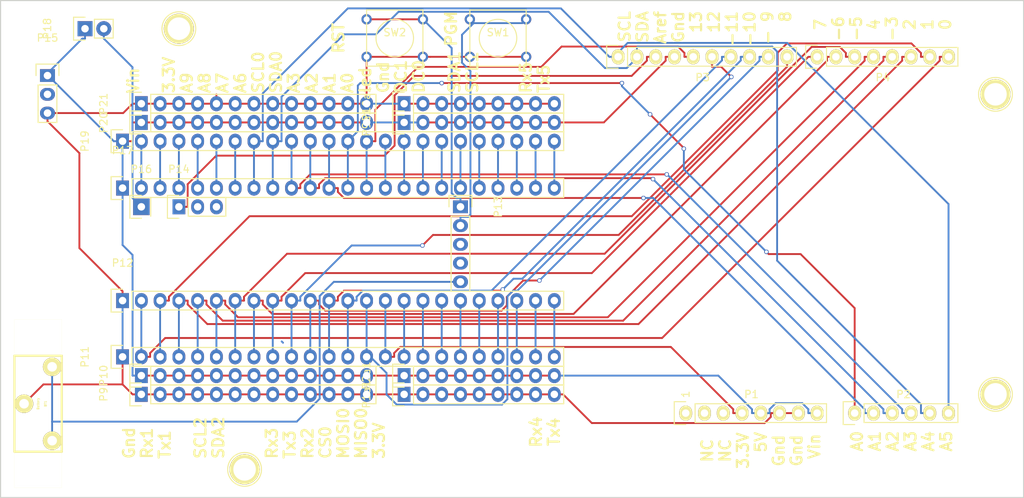
<source format=kicad_pcb>
(kicad_pcb (version 4) (host pcbnew 4.0.4-stable)

  (general
    (links 179)
    (no_connects 1)
    (area 41.072999 66.721666 180.801334 135.330001)
    (thickness 1.6)
    (drawings 14)
    (tracks 440)
    (zones 0)
    (modules 28)
    (nets 67)
  )

  (page A4)
  (title_block
    (date "lun. 30 mars 2015")
  )

  (layers
    (0 F.Cu signal)
    (31 B.Cu signal)
    (32 B.Adhes user)
    (33 F.Adhes user)
    (34 B.Paste user)
    (35 F.Paste user)
    (36 B.SilkS user)
    (37 F.SilkS user)
    (38 B.Mask user)
    (39 F.Mask user)
    (40 Dwgs.User user)
    (41 Cmts.User user)
    (42 Eco1.User user)
    (43 Eco2.User user)
    (44 Edge.Cuts user)
    (45 Margin user)
    (46 B.CrtYd user)
    (47 F.CrtYd user)
    (48 B.Fab user)
    (49 F.Fab user)
  )

  (setup
    (last_trace_width 0.25)
    (trace_clearance 0.2)
    (zone_clearance 0.508)
    (zone_45_only no)
    (trace_min 0.2)
    (segment_width 0.15)
    (edge_width 0.15)
    (via_size 0.6)
    (via_drill 0.4)
    (via_min_size 0.4)
    (via_min_drill 0.3)
    (uvia_size 0.3)
    (uvia_drill 0.1)
    (uvias_allowed no)
    (uvia_min_size 0.2)
    (uvia_min_drill 0.1)
    (pcb_text_width 0.3)
    (pcb_text_size 1.5 1.5)
    (mod_edge_width 0.15)
    (mod_text_size 1 1)
    (mod_text_width 0.15)
    (pad_size 4.064 4.064)
    (pad_drill 3.048)
    (pad_to_mask_clearance 0)
    (aux_axis_origin 110.998 126.365)
    (grid_origin 110.998 126.365)
    (visible_elements 7FFFFFFF)
    (pcbplotparams
      (layerselection 0x3ffff_80000001)
      (usegerberextensions false)
      (excludeedgelayer true)
      (linewidth 0.100000)
      (plotframeref false)
      (viasonmask false)
      (mode 1)
      (useauxorigin false)
      (hpglpennumber 1)
      (hpglpenspeed 20)
      (hpglpendiameter 15)
      (hpglpenoverlay 2)
      (psnegative false)
      (psa4output false)
      (plotreference true)
      (plotvalue true)
      (plotinvisibletext false)
      (padsonsilk false)
      (subtractmaskfromsilk false)
      (outputformat 1)
      (mirror false)
      (drillshape 0)
      (scaleselection 1)
      (outputdirectory Gerber/))
  )

  (net 0 "")
  (net 1 /IOREF)
  (net 2 /A0)
  (net 3 /A1)
  (net 4 /A2)
  (net 5 /A3)
  (net 6 "/A5(SCL)")
  (net 7 "/9(**)")
  (net 8 "/6(**)")
  (net 9 "/5(**)")
  (net 10 /4)
  (net 11 "/3(**)")
  (net 12 "/1(Tx)")
  (net 13 "/0(Rx)")
  (net 14 "Net-(P5-Pad1)")
  (net 15 "Net-(P6-Pad1)")
  (net 16 "Net-(P7-Pad1)")
  (net 17 "Net-(P8-Pad1)")
  (net 18 "/13(SCK)")
  (net 19 "/10(**/SS)")
  (net 20 "Net-(P1-Pad1)")
  (net 21 "/12(MISO)")
  (net 22 "/11(**/MOSI)")
  (net 23 "Net-(BT1-Pad1)")
  (net 24 "Net-(BT1-Pad2)")
  (net 25 "Net-(P1-Pad3)")
  (net 26 "Net-(P1-Pad4)")
  (net 27 "Net-(P1-Pad5)")
  (net 28 "Net-(P17-Pad9)")
  (net 29 "Net-(P17-Pad15)")
  (net 30 "Net-(P14-Pad3)")
  (net 31 "Net-(P11-Pad10)")
  (net 32 "Net-(P11-Pad9)")
  (net 33 "Net-(P11-Pad16)")
  (net 34 "Net-(P11-Pad17)")
  (net 35 "Net-(P11-Pad18)")
  (net 36 "Net-(P11-Pad19)")
  (net 37 "Net-(P11-Pad20)")
  (net 38 "Net-(P11-Pad21)")
  (net 39 "Net-(P11-Pad22)")
  (net 40 "Net-(P11-Pad23)")
  (net 41 "Net-(P11-Pad24)")
  (net 42 "Net-(P13-Pad1)")
  (net 43 "Net-(P13-Pad2)")
  (net 44 "Net-(P13-Pad3)")
  (net 45 "Net-(P13-Pad4)")
  (net 46 "Net-(P14-Pad1)")
  (net 47 "Net-(P14-Pad2)")
  (net 48 "Net-(P15-Pad2)")
  (net 49 "Net-(P16-Pad1)")
  (net 50 "Net-(P17-Pad2)")
  (net 51 "Net-(P17-Pad3)")
  (net 52 "Net-(P17-Pad4)")
  (net 53 "Net-(P17-Pad5)")
  (net 54 "Net-(P17-Pad6)")
  (net 55 "Net-(P17-Pad7)")
  (net 56 "Net-(P17-Pad16)")
  (net 57 "Net-(P17-Pad17)")
  (net 58 "Net-(P17-Pad18)")
  (net 59 "Net-(P17-Pad19)")
  (net 60 "Net-(P17-Pad20)")
  (net 61 "Net-(P17-Pad21)")
  (net 62 "Net-(P17-Pad22)")
  (net 63 "Net-(P17-Pad23)")
  (net 64 "Net-(P17-Pad24)")
  (net 65 "Net-(P11-Pad4)")
  (net 66 "Net-(P12-Pad15)")

  (net_class Default "This is the default net class."
    (clearance 0.2)
    (trace_width 0.25)
    (via_dia 0.6)
    (via_drill 0.4)
    (uvia_dia 0.3)
    (uvia_drill 0.1)
    (add_net "/0(Rx)")
    (add_net "/1(Tx)")
    (add_net "/10(**/SS)")
    (add_net "/11(**/MOSI)")
    (add_net "/12(MISO)")
    (add_net "/13(SCK)")
    (add_net "/3(**)")
    (add_net /4)
    (add_net "/5(**)")
    (add_net "/6(**)")
    (add_net "/9(**)")
    (add_net /A0)
    (add_net /A1)
    (add_net /A2)
    (add_net /A3)
    (add_net "/A5(SCL)")
    (add_net /IOREF)
    (add_net "Net-(BT1-Pad1)")
    (add_net "Net-(BT1-Pad2)")
    (add_net "Net-(P1-Pad1)")
    (add_net "Net-(P1-Pad3)")
    (add_net "Net-(P1-Pad4)")
    (add_net "Net-(P1-Pad5)")
    (add_net "Net-(P11-Pad10)")
    (add_net "Net-(P11-Pad16)")
    (add_net "Net-(P11-Pad17)")
    (add_net "Net-(P11-Pad18)")
    (add_net "Net-(P11-Pad19)")
    (add_net "Net-(P11-Pad20)")
    (add_net "Net-(P11-Pad21)")
    (add_net "Net-(P11-Pad22)")
    (add_net "Net-(P11-Pad23)")
    (add_net "Net-(P11-Pad24)")
    (add_net "Net-(P11-Pad4)")
    (add_net "Net-(P11-Pad9)")
    (add_net "Net-(P12-Pad15)")
    (add_net "Net-(P13-Pad1)")
    (add_net "Net-(P13-Pad2)")
    (add_net "Net-(P13-Pad3)")
    (add_net "Net-(P13-Pad4)")
    (add_net "Net-(P14-Pad1)")
    (add_net "Net-(P14-Pad2)")
    (add_net "Net-(P14-Pad3)")
    (add_net "Net-(P15-Pad2)")
    (add_net "Net-(P16-Pad1)")
    (add_net "Net-(P17-Pad15)")
    (add_net "Net-(P17-Pad16)")
    (add_net "Net-(P17-Pad17)")
    (add_net "Net-(P17-Pad18)")
    (add_net "Net-(P17-Pad19)")
    (add_net "Net-(P17-Pad2)")
    (add_net "Net-(P17-Pad20)")
    (add_net "Net-(P17-Pad21)")
    (add_net "Net-(P17-Pad22)")
    (add_net "Net-(P17-Pad23)")
    (add_net "Net-(P17-Pad24)")
    (add_net "Net-(P17-Pad3)")
    (add_net "Net-(P17-Pad4)")
    (add_net "Net-(P17-Pad5)")
    (add_net "Net-(P17-Pad6)")
    (add_net "Net-(P17-Pad7)")
    (add_net "Net-(P17-Pad9)")
    (add_net "Net-(P5-Pad1)")
    (add_net "Net-(P6-Pad1)")
    (add_net "Net-(P7-Pad1)")
    (add_net "Net-(P8-Pad1)")
  )

  (module Pin_Headers:Pin_Header_Straight_1x24 (layer F.Cu) (tedit 582E0439) (tstamp 5824FC85)
    (at 57.658 116.205 90)
    (descr "Through hole pin header")
    (tags "pin header")
    (path /5825090E)
    (fp_text reference P11 (at 0 -5.1 90) (layer F.SilkS)
      (effects (font (size 1 1) (thickness 0.15)))
    )
    (fp_text value CONN_01X24 (at 0 -3.1 90) (layer F.Fab) hide
      (effects (font (size 1 1) (thickness 0.15)))
    )
    (fp_line (start -1.75 -1.75) (end -1.75 60.2) (layer F.CrtYd) (width 0.05))
    (fp_line (start 1.75 -1.75) (end 1.75 60.2) (layer F.CrtYd) (width 0.05))
    (fp_line (start -1.75 -1.75) (end 1.75 -1.75) (layer F.CrtYd) (width 0.05))
    (fp_line (start -1.75 60.2) (end 1.75 60.2) (layer F.CrtYd) (width 0.05))
    (fp_line (start 1.27 1.27) (end 1.27 59.69) (layer F.SilkS) (width 0.15))
    (fp_line (start -1.27 1.27) (end -1.27 59.69) (layer F.SilkS) (width 0.15))
    (fp_line (start -1.27 59.69) (end 1.27 59.69) (layer F.SilkS) (width 0.15))
    (fp_line (start 1.55 -1.55) (end 1.55 0) (layer F.SilkS) (width 0.15))
    (fp_line (start 1.27 1.27) (end -1.27 1.27) (layer F.SilkS) (width 0.15))
    (fp_line (start -1.55 0) (end -1.55 -1.55) (layer F.SilkS) (width 0.15))
    (fp_line (start -1.55 -1.55) (end 1.55 -1.55) (layer F.SilkS) (width 0.15))
    (pad 1 thru_hole rect (at 0 0 90) (size 2.032 1.7272) (drill 1.016) (layers *.Cu *.Mask)
      (net 24 "Net-(BT1-Pad2)"))
    (pad 2 thru_hole oval (at 0 2.54 90) (size 2.032 1.7272) (drill 1.016) (layers *.Cu *.Mask)
      (net 13 "/0(Rx)"))
    (pad 3 thru_hole oval (at 0 5.08 90) (size 2.032 1.7272) (drill 1.016) (layers *.Cu *.Mask)
      (net 12 "/1(Tx)"))
    (pad 4 thru_hole oval (at 0 7.62 90) (size 2.032 1.7272) (drill 1.016) (layers *.Cu *.Mask)
      (net 65 "Net-(P11-Pad4)"))
    (pad 5 thru_hole oval (at 0 10.16 90) (size 2.032 1.7272) (drill 1.016) (layers *.Cu *.Mask)
      (net 11 "/3(**)"))
    (pad 6 thru_hole oval (at 0 12.7 90) (size 2.032 1.7272) (drill 1.016) (layers *.Cu *.Mask)
      (net 10 /4))
    (pad 7 thru_hole oval (at 0 15.24 90) (size 2.032 1.7272) (drill 1.016) (layers *.Cu *.Mask)
      (net 9 "/5(**)"))
    (pad 8 thru_hole oval (at 0 17.78 90) (size 2.032 1.7272) (drill 1.016) (layers *.Cu *.Mask)
      (net 8 "/6(**)"))
    (pad 9 thru_hole oval (at 0 20.32 90) (size 2.032 1.7272) (drill 1.016) (layers *.Cu *.Mask)
      (net 32 "Net-(P11-Pad9)"))
    (pad 10 thru_hole oval (at 0 22.86 90) (size 2.032 1.7272) (drill 1.016) (layers *.Cu *.Mask)
      (net 31 "Net-(P11-Pad10)"))
    (pad 11 thru_hole oval (at 0 25.4 90) (size 2.032 1.7272) (drill 1.016) (layers *.Cu *.Mask)
      (net 7 "/9(**)"))
    (pad 12 thru_hole oval (at 0 27.94 90) (size 2.032 1.7272) (drill 1.016) (layers *.Cu *.Mask)
      (net 19 "/10(**/SS)"))
    (pad 13 thru_hole oval (at 0 30.48 90) (size 2.032 1.7272) (drill 1.016) (layers *.Cu *.Mask)
      (net 22 "/11(**/MOSI)"))
    (pad 14 thru_hole oval (at 0 33.02 90) (size 2.032 1.7272) (drill 1.016) (layers *.Cu *.Mask)
      (net 21 "/12(MISO)"))
    (pad 15 thru_hole oval (at 0 35.56 90) (size 2.032 1.7272) (drill 1.016) (layers *.Cu *.Mask)
      (net 26 "Net-(P1-Pad4)"))
    (pad 16 thru_hole oval (at 0 38.1 90) (size 2.032 1.7272) (drill 1.016) (layers *.Cu *.Mask)
      (net 33 "Net-(P11-Pad16)"))
    (pad 17 thru_hole oval (at 0 40.64 90) (size 2.032 1.7272) (drill 1.016) (layers *.Cu *.Mask)
      (net 34 "Net-(P11-Pad17)"))
    (pad 18 thru_hole oval (at 0 43.18 90) (size 2.032 1.7272) (drill 1.016) (layers *.Cu *.Mask)
      (net 35 "Net-(P11-Pad18)"))
    (pad 19 thru_hole oval (at 0 45.72 90) (size 2.032 1.7272) (drill 1.016) (layers *.Cu *.Mask)
      (net 36 "Net-(P11-Pad19)"))
    (pad 20 thru_hole oval (at 0 48.26 90) (size 2.032 1.7272) (drill 1.016) (layers *.Cu *.Mask)
      (net 37 "Net-(P11-Pad20)"))
    (pad 21 thru_hole oval (at 0 50.8 90) (size 2.032 1.7272) (drill 1.016) (layers *.Cu *.Mask)
      (net 38 "Net-(P11-Pad21)"))
    (pad 22 thru_hole oval (at 0 53.34 90) (size 2.032 1.7272) (drill 1.016) (layers *.Cu *.Mask)
      (net 39 "Net-(P11-Pad22)"))
    (pad 23 thru_hole oval (at 0 55.88 90) (size 2.032 1.7272) (drill 1.016) (layers *.Cu *.Mask)
      (net 40 "Net-(P11-Pad23)"))
    (pad 24 thru_hole oval (at 0 58.42 90) (size 2.032 1.7272) (drill 1.016) (layers *.Cu *.Mask)
      (net 41 "Net-(P11-Pad24)"))
    (model Pin_Headers.3dshapes/Pin_Header_Straight_1x24.wrl
      (at (xyz 0 -1.15 0))
      (scale (xyz 1 1 1))
      (rotate (xyz 0 0 90))
    )
  )

  (module Socket_Arduino_Uno:Socket_Strip_Arduino_1x08 locked (layer F.Cu) (tedit 552168D2) (tstamp 551AF9EA)
    (at 133.858 123.825)
    (descr "Through hole socket strip")
    (tags "socket strip")
    (path /56D70129)
    (fp_text reference P1 (at 8.89 -2.54) (layer F.SilkS)
      (effects (font (size 1 1) (thickness 0.15)))
    )
    (fp_text value Power (at 8.89 -4.064) (layer F.Fab)
      (effects (font (size 1 1) (thickness 0.15)))
    )
    (fp_line (start -1.75 -1.75) (end -1.75 1.75) (layer F.CrtYd) (width 0.05))
    (fp_line (start 19.55 -1.75) (end 19.55 1.75) (layer F.CrtYd) (width 0.05))
    (fp_line (start -1.75 -1.75) (end 19.55 -1.75) (layer F.CrtYd) (width 0.05))
    (fp_line (start -1.75 1.75) (end 19.55 1.75) (layer F.CrtYd) (width 0.05))
    (fp_line (start 1.27 1.27) (end 19.05 1.27) (layer F.SilkS) (width 0.15))
    (fp_line (start 19.05 1.27) (end 19.05 -1.27) (layer F.SilkS) (width 0.15))
    (fp_line (start 19.05 -1.27) (end 1.27 -1.27) (layer F.SilkS) (width 0.15))
    (fp_line (start -1.55 1.55) (end 0 1.55) (layer F.SilkS) (width 0.15))
    (fp_line (start 1.27 1.27) (end 1.27 -1.27) (layer F.SilkS) (width 0.15))
    (fp_line (start 0 -1.55) (end -1.55 -1.55) (layer F.SilkS) (width 0.15))
    (fp_line (start -1.55 -1.55) (end -1.55 1.55) (layer F.SilkS) (width 0.15))
    (pad 1 thru_hole oval (at 0 0) (size 1.7272 2.032) (drill 1.016) (layers *.Cu *.Mask F.SilkS)
      (net 20 "Net-(P1-Pad1)"))
    (pad 2 thru_hole oval (at 2.54 0) (size 1.7272 2.032) (drill 1.016) (layers *.Cu *.Mask F.SilkS)
      (net 1 /IOREF))
    (pad 3 thru_hole oval (at 5.08 0) (size 1.7272 2.032) (drill 1.016) (layers *.Cu *.Mask F.SilkS)
      (net 25 "Net-(P1-Pad3)"))
    (pad 4 thru_hole oval (at 7.62 0) (size 1.7272 2.032) (drill 1.016) (layers *.Cu *.Mask F.SilkS)
      (net 26 "Net-(P1-Pad4)"))
    (pad 5 thru_hole oval (at 10.16 0) (size 1.7272 2.032) (drill 1.016) (layers *.Cu *.Mask F.SilkS)
      (net 27 "Net-(P1-Pad5)"))
    (pad 6 thru_hole oval (at 12.7 0) (size 1.7272 2.032) (drill 1.016) (layers *.Cu *.Mask F.SilkS)
      (net 24 "Net-(BT1-Pad2)"))
    (pad 7 thru_hole oval (at 15.24 0) (size 1.7272 2.032) (drill 1.016) (layers *.Cu *.Mask F.SilkS)
      (net 24 "Net-(BT1-Pad2)"))
    (pad 8 thru_hole oval (at 17.78 0) (size 1.7272 2.032) (drill 1.016) (layers *.Cu *.Mask F.SilkS)
      (net 27 "Net-(P1-Pad5)"))
    (model ${KIPRJMOD}/Socket_Arduino_Uno.3dshapes/Socket_header_Arduino_1x08.wrl
      (at (xyz 0.35 0 0))
      (scale (xyz 1 1 1))
      (rotate (xyz 0 0 180))
    )
  )

  (module Socket_Arduino_Uno:Socket_Strip_Arduino_1x06 locked (layer F.Cu) (tedit 552168D6) (tstamp 551AF9FF)
    (at 156.718 123.825)
    (descr "Through hole socket strip")
    (tags "socket strip")
    (path /56D70DD8)
    (fp_text reference P2 (at 6.604 -2.54) (layer F.SilkS)
      (effects (font (size 1 1) (thickness 0.15)))
    )
    (fp_text value Analog (at 6.604 -4.064) (layer F.Fab)
      (effects (font (size 1 1) (thickness 0.15)))
    )
    (fp_line (start -1.75 -1.75) (end -1.75 1.75) (layer F.CrtYd) (width 0.05))
    (fp_line (start 14.45 -1.75) (end 14.45 1.75) (layer F.CrtYd) (width 0.05))
    (fp_line (start -1.75 -1.75) (end 14.45 -1.75) (layer F.CrtYd) (width 0.05))
    (fp_line (start -1.75 1.75) (end 14.45 1.75) (layer F.CrtYd) (width 0.05))
    (fp_line (start 1.27 1.27) (end 13.97 1.27) (layer F.SilkS) (width 0.15))
    (fp_line (start 13.97 1.27) (end 13.97 -1.27) (layer F.SilkS) (width 0.15))
    (fp_line (start 13.97 -1.27) (end 1.27 -1.27) (layer F.SilkS) (width 0.15))
    (fp_line (start -1.55 1.55) (end 0 1.55) (layer F.SilkS) (width 0.15))
    (fp_line (start 1.27 1.27) (end 1.27 -1.27) (layer F.SilkS) (width 0.15))
    (fp_line (start 0 -1.55) (end -1.55 -1.55) (layer F.SilkS) (width 0.15))
    (fp_line (start -1.55 -1.55) (end -1.55 1.55) (layer F.SilkS) (width 0.15))
    (pad 1 thru_hole oval (at 0 0) (size 1.7272 2.032) (drill 1.016) (layers *.Cu *.Mask F.SilkS)
      (net 2 /A0))
    (pad 2 thru_hole oval (at 2.54 0) (size 1.7272 2.032) (drill 1.016) (layers *.Cu *.Mask F.SilkS)
      (net 3 /A1))
    (pad 3 thru_hole oval (at 5.08 0) (size 1.7272 2.032) (drill 1.016) (layers *.Cu *.Mask F.SilkS)
      (net 4 /A2))
    (pad 4 thru_hole oval (at 7.62 0) (size 1.7272 2.032) (drill 1.016) (layers *.Cu *.Mask F.SilkS)
      (net 5 /A3))
    (pad 5 thru_hole oval (at 10.16 0) (size 1.7272 2.032) (drill 1.016) (layers *.Cu *.Mask F.SilkS)
      (net 28 "Net-(P17-Pad9)"))
    (pad 6 thru_hole oval (at 12.7 0) (size 1.7272 2.032) (drill 1.016) (layers *.Cu *.Mask F.SilkS)
      (net 6 "/A5(SCL)"))
    (model ${KIPRJMOD}/Socket_Arduino_Uno.3dshapes/Socket_header_Arduino_1x06.wrl
      (at (xyz 0.25 0 0))
      (scale (xyz 1 1 1))
      (rotate (xyz 0 0 180))
    )
  )

  (module Socket_Arduino_Uno:Socket_Strip_Arduino_1x10 locked (layer F.Cu) (tedit 552168BF) (tstamp 551AFA18)
    (at 124.714 75.565)
    (descr "Through hole socket strip")
    (tags "socket strip")
    (path /56D721E0)
    (fp_text reference P3 (at 11.43 2.794) (layer F.SilkS)
      (effects (font (size 1 1) (thickness 0.15)))
    )
    (fp_text value Digital (at 11.43 4.318) (layer F.Fab)
      (effects (font (size 1 1) (thickness 0.15)))
    )
    (fp_line (start -1.75 -1.75) (end -1.75 1.75) (layer F.CrtYd) (width 0.05))
    (fp_line (start 24.65 -1.75) (end 24.65 1.75) (layer F.CrtYd) (width 0.05))
    (fp_line (start -1.75 -1.75) (end 24.65 -1.75) (layer F.CrtYd) (width 0.05))
    (fp_line (start -1.75 1.75) (end 24.65 1.75) (layer F.CrtYd) (width 0.05))
    (fp_line (start 1.27 1.27) (end 24.13 1.27) (layer F.SilkS) (width 0.15))
    (fp_line (start 24.13 1.27) (end 24.13 -1.27) (layer F.SilkS) (width 0.15))
    (fp_line (start 24.13 -1.27) (end 1.27 -1.27) (layer F.SilkS) (width 0.15))
    (fp_line (start -1.55 1.55) (end 0 1.55) (layer F.SilkS) (width 0.15))
    (fp_line (start 1.27 1.27) (end 1.27 -1.27) (layer F.SilkS) (width 0.15))
    (fp_line (start 0 -1.55) (end -1.55 -1.55) (layer F.SilkS) (width 0.15))
    (fp_line (start -1.55 -1.55) (end -1.55 1.55) (layer F.SilkS) (width 0.15))
    (pad 1 thru_hole oval (at 0 0) (size 1.7272 2.032) (drill 1.016) (layers *.Cu *.Mask F.SilkS)
      (net 6 "/A5(SCL)"))
    (pad 2 thru_hole oval (at 2.54 0) (size 1.7272 2.032) (drill 1.016) (layers *.Cu *.Mask F.SilkS)
      (net 28 "Net-(P17-Pad9)"))
    (pad 3 thru_hole oval (at 5.08 0) (size 1.7272 2.032) (drill 1.016) (layers *.Cu *.Mask F.SilkS)
      (net 46 "Net-(P14-Pad1)"))
    (pad 4 thru_hole oval (at 7.62 0) (size 1.7272 2.032) (drill 1.016) (layers *.Cu *.Mask F.SilkS)
      (net 27 "Net-(P1-Pad5)"))
    (pad 5 thru_hole oval (at 10.16 0) (size 1.7272 2.032) (drill 1.016) (layers *.Cu *.Mask F.SilkS)
      (net 18 "/13(SCK)"))
    (pad 6 thru_hole oval (at 12.7 0) (size 1.7272 2.032) (drill 1.016) (layers *.Cu *.Mask F.SilkS)
      (net 21 "/12(MISO)"))
    (pad 7 thru_hole oval (at 15.24 0) (size 1.7272 2.032) (drill 1.016) (layers *.Cu *.Mask F.SilkS)
      (net 22 "/11(**/MOSI)"))
    (pad 8 thru_hole oval (at 17.78 0) (size 1.7272 2.032) (drill 1.016) (layers *.Cu *.Mask F.SilkS)
      (net 19 "/10(**/SS)"))
    (pad 9 thru_hole oval (at 20.32 0) (size 1.7272 2.032) (drill 1.016) (layers *.Cu *.Mask F.SilkS)
      (net 7 "/9(**)"))
    (pad 10 thru_hole oval (at 22.86 0) (size 1.7272 2.032) (drill 1.016) (layers *.Cu *.Mask F.SilkS)
      (net 31 "Net-(P11-Pad10)"))
    (model ${KIPRJMOD}/Socket_Arduino_Uno.3dshapes/Socket_header_Arduino_1x10.wrl
      (at (xyz 0.45 0 0))
      (scale (xyz 1 1 1))
      (rotate (xyz 0 0 180))
    )
  )

  (module Socket_Arduino_Uno:Socket_Strip_Arduino_1x08 locked (layer F.Cu) (tedit 552168C7) (tstamp 551AFA2F)
    (at 151.638 75.565)
    (descr "Through hole socket strip")
    (tags "socket strip")
    (path /56D7164F)
    (fp_text reference P4 (at 8.89 2.794) (layer F.SilkS)
      (effects (font (size 1 1) (thickness 0.15)))
    )
    (fp_text value Digital (at 8.89 4.318) (layer F.Fab)
      (effects (font (size 1 1) (thickness 0.15)))
    )
    (fp_line (start -1.75 -1.75) (end -1.75 1.75) (layer F.CrtYd) (width 0.05))
    (fp_line (start 19.55 -1.75) (end 19.55 1.75) (layer F.CrtYd) (width 0.05))
    (fp_line (start -1.75 -1.75) (end 19.55 -1.75) (layer F.CrtYd) (width 0.05))
    (fp_line (start -1.75 1.75) (end 19.55 1.75) (layer F.CrtYd) (width 0.05))
    (fp_line (start 1.27 1.27) (end 19.05 1.27) (layer F.SilkS) (width 0.15))
    (fp_line (start 19.05 1.27) (end 19.05 -1.27) (layer F.SilkS) (width 0.15))
    (fp_line (start 19.05 -1.27) (end 1.27 -1.27) (layer F.SilkS) (width 0.15))
    (fp_line (start -1.55 1.55) (end 0 1.55) (layer F.SilkS) (width 0.15))
    (fp_line (start 1.27 1.27) (end 1.27 -1.27) (layer F.SilkS) (width 0.15))
    (fp_line (start 0 -1.55) (end -1.55 -1.55) (layer F.SilkS) (width 0.15))
    (fp_line (start -1.55 -1.55) (end -1.55 1.55) (layer F.SilkS) (width 0.15))
    (pad 1 thru_hole oval (at 0 0) (size 1.7272 2.032) (drill 1.016) (layers *.Cu *.Mask F.SilkS)
      (net 32 "Net-(P11-Pad9)"))
    (pad 2 thru_hole oval (at 2.54 0) (size 1.7272 2.032) (drill 1.016) (layers *.Cu *.Mask F.SilkS)
      (net 8 "/6(**)"))
    (pad 3 thru_hole oval (at 5.08 0) (size 1.7272 2.032) (drill 1.016) (layers *.Cu *.Mask F.SilkS)
      (net 9 "/5(**)"))
    (pad 4 thru_hole oval (at 7.62 0) (size 1.7272 2.032) (drill 1.016) (layers *.Cu *.Mask F.SilkS)
      (net 10 /4))
    (pad 5 thru_hole oval (at 10.16 0) (size 1.7272 2.032) (drill 1.016) (layers *.Cu *.Mask F.SilkS)
      (net 11 "/3(**)"))
    (pad 6 thru_hole oval (at 12.7 0) (size 1.7272 2.032) (drill 1.016) (layers *.Cu *.Mask F.SilkS)
      (net 65 "Net-(P11-Pad4)"))
    (pad 7 thru_hole oval (at 15.24 0) (size 1.7272 2.032) (drill 1.016) (layers *.Cu *.Mask F.SilkS)
      (net 12 "/1(Tx)"))
    (pad 8 thru_hole oval (at 17.78 0) (size 1.7272 2.032) (drill 1.016) (layers *.Cu *.Mask F.SilkS)
      (net 13 "/0(Rx)"))
    (model ${KIPRJMOD}/Socket_Arduino_Uno.3dshapes/Socket_header_Arduino_1x08.wrl
      (at (xyz 0.35 0 0))
      (scale (xyz 1 1 1))
      (rotate (xyz 0 0 180))
    )
  )

  (module Socket_Arduino_Uno:Arduino_1pin (layer F.Cu) (tedit 5524FC39) (tstamp 5524FC3F)
    (at 74.168 131.445)
    (descr "module 1 pin (ou trou mecanique de percage)")
    (tags DEV)
    (path /56D71177)
    (fp_text reference P5 (at 0 -3.048) (layer F.SilkS) hide
      (effects (font (size 1 1) (thickness 0.15)))
    )
    (fp_text value CONN_01X01 (at 0 2.794) (layer F.Fab) hide
      (effects (font (size 1 1) (thickness 0.15)))
    )
    (fp_circle (center 0 0) (end 0 -2.286) (layer F.SilkS) (width 0.15))
    (pad 1 thru_hole circle (at 0 0) (size 4.064 4.064) (drill 3.048) (layers *.Cu *.Mask F.SilkS)
      (net 14 "Net-(P5-Pad1)"))
  )

  (module Socket_Arduino_Uno:Arduino_1pin (layer F.Cu) (tedit 5524FC4A) (tstamp 5524FC44)
    (at 175.768 121.285)
    (descr "module 1 pin (ou trou mecanique de percage)")
    (tags DEV)
    (path /56D71274)
    (fp_text reference P6 (at 0 -3.048) (layer F.SilkS) hide
      (effects (font (size 1 1) (thickness 0.15)))
    )
    (fp_text value CONN_01X01 (at 0 2.794) (layer F.Fab) hide
      (effects (font (size 1 1) (thickness 0.15)))
    )
    (fp_circle (center 0 0) (end 0 -2.286) (layer F.SilkS) (width 0.15))
    (pad 1 thru_hole circle (at 0 0) (size 4.064 4.064) (drill 3.048) (layers *.Cu *.Mask F.SilkS)
      (net 15 "Net-(P6-Pad1)"))
  )

  (module Socket_Arduino_Uno:Arduino_1pin (layer F.Cu) (tedit 5524FC2F) (tstamp 5524FC49)
    (at 65.278 71.755)
    (descr "module 1 pin (ou trou mecanique de percage)")
    (tags DEV)
    (path /56D712A8)
    (fp_text reference P7 (at 0 -3.048) (layer F.SilkS) hide
      (effects (font (size 1 1) (thickness 0.15)))
    )
    (fp_text value CONN_01X01 (at 0 2.794) (layer F.Fab) hide
      (effects (font (size 1 1) (thickness 0.15)))
    )
    (fp_circle (center 0 0) (end 0 -2.286) (layer F.SilkS) (width 0.15))
    (pad 1 thru_hole circle (at 0 0) (size 4.064 4.064) (drill 3.048) (layers *.Cu *.Mask F.SilkS)
      (net 16 "Net-(P7-Pad1)"))
  )

  (module Socket_Arduino_Uno:Arduino_1pin (layer F.Cu) (tedit 5524FC41) (tstamp 5524FC4E)
    (at 175.768 80.645)
    (descr "module 1 pin (ou trou mecanique de percage)")
    (tags DEV)
    (path /56D712DB)
    (fp_text reference P8 (at 0 -3.048) (layer F.SilkS) hide
      (effects (font (size 1 1) (thickness 0.15)))
    )
    (fp_text value CONN_01X01 (at 0 2.794) (layer F.Fab) hide
      (effects (font (size 1 1) (thickness 0.15)))
    )
    (fp_circle (center 0 0) (end 0 -2.286) (layer F.SilkS) (width 0.15))
    (pad 1 thru_hole circle (at 0 0) (size 4.064 4.064) (drill 3.048) (layers *.Cu *.Mask F.SilkS)
      (net 17 "Net-(P8-Pad1)"))
  )

  (module Battery_Holders:BAT_HOLDER_2032 (layer F.Cu) (tedit 5045E603) (tstamp 5824FBA2)
    (at 46.228 122.555 90)
    (path /58250954)
    (fp_text reference BT1 (at 0 1.00076 90) (layer F.SilkS)
      (effects (font (size 0.29972 0.29972) (thickness 0.0762)))
    )
    (fp_text value Battery (at 0 0 90) (layer F.SilkS)
      (effects (font (size 0.29972 0.29972) (thickness 0.0762)))
    )
    (fp_line (start 6.49986 3.2004) (end -6.49986 3.2004) (layer F.SilkS) (width 0.29972))
    (fp_line (start 6.49986 -3.2004) (end -6.49986 -3.2004) (layer F.SilkS) (width 0.29972))
    (fp_line (start -6.49986 3.2004) (end -6.49986 -3.2004) (layer F.SilkS) (width 0.29972))
    (fp_line (start 6.49986 3.2004) (end 6.49986 -3.2004) (layer F.SilkS) (width 0.29972))
    (fp_line (start -11.39952 -3.2004) (end 11.39952 -3.2004) (layer F.SilkS) (width 0.01016))
    (fp_line (start 11.39952 -3.2004) (end 11.39952 3.2004) (layer F.SilkS) (width 0.01016))
    (fp_line (start 11.39952 3.2004) (end -11.39952 3.2004) (layer F.SilkS) (width 0.01016))
    (fp_line (start -11.39952 3.2004) (end -11.39952 -3.2004) (layer F.SilkS) (width 0.01016))
    (pad 1 thru_hole circle (at -5.00126 1.89992 90) (size 2.49936 2.49936) (drill 1.30048) (layers *.Cu *.Mask F.SilkS)
      (net 23 "Net-(BT1-Pad1)"))
    (pad 2 thru_hole circle (at 0 -1.89992 90) (size 2.49936 2.49936) (drill 1.30048) (layers *.Cu *.Mask F.SilkS)
      (net 24 "Net-(BT1-Pad2)"))
    (pad 1 thru_hole circle (at 5.00126 1.89992 90) (size 2.49936 2.49936) (drill 1.30048) (layers *.Cu *.Mask F.SilkS)
      (net 23 "Net-(BT1-Pad1)"))
  )

  (module Pin_Headers:Pin_Header_Straight_1x09 (layer F.Cu) (tedit 582E0446) (tstamp 5824FBBA)
    (at 95.758 121.285 90)
    (descr "Through hole pin header")
    (tags "pin header")
    (path /5825099A)
    (fp_text reference P1a1 (at 0 -5.1 90) (layer F.SilkS)
      (effects (font (size 1 1) (thickness 0.15)))
    )
    (fp_text value CONN_01X09 (at 0 -3.1 90) (layer F.Fab) hide
      (effects (font (size 1 1) (thickness 0.15)))
    )
    (fp_line (start -1.75 -1.75) (end -1.75 22.1) (layer F.CrtYd) (width 0.05))
    (fp_line (start 1.75 -1.75) (end 1.75 22.1) (layer F.CrtYd) (width 0.05))
    (fp_line (start -1.75 -1.75) (end 1.75 -1.75) (layer F.CrtYd) (width 0.05))
    (fp_line (start -1.75 22.1) (end 1.75 22.1) (layer F.CrtYd) (width 0.05))
    (fp_line (start 1.27 1.27) (end 1.27 21.59) (layer F.SilkS) (width 0.15))
    (fp_line (start 1.27 21.59) (end -1.27 21.59) (layer F.SilkS) (width 0.15))
    (fp_line (start -1.27 21.59) (end -1.27 1.27) (layer F.SilkS) (width 0.15))
    (fp_line (start 1.55 -1.55) (end 1.55 0) (layer F.SilkS) (width 0.15))
    (fp_line (start 1.27 1.27) (end -1.27 1.27) (layer F.SilkS) (width 0.15))
    (fp_line (start -1.55 0) (end -1.55 -1.55) (layer F.SilkS) (width 0.15))
    (fp_line (start -1.55 -1.55) (end 1.55 -1.55) (layer F.SilkS) (width 0.15))
    (pad 1 thru_hole rect (at 0 0 90) (size 2.032 1.7272) (drill 1.016) (layers *.Cu *.Mask)
      (net 24 "Net-(BT1-Pad2)"))
    (pad 2 thru_hole oval (at 0 2.54 90) (size 2.032 1.7272) (drill 1.016) (layers *.Cu *.Mask)
      (net 24 "Net-(BT1-Pad2)"))
    (pad 3 thru_hole oval (at 0 5.08 90) (size 2.032 1.7272) (drill 1.016) (layers *.Cu *.Mask)
      (net 24 "Net-(BT1-Pad2)"))
    (pad 4 thru_hole oval (at 0 7.62 90) (size 2.032 1.7272) (drill 1.016) (layers *.Cu *.Mask)
      (net 24 "Net-(BT1-Pad2)"))
    (pad 5 thru_hole oval (at 0 10.16 90) (size 2.032 1.7272) (drill 1.016) (layers *.Cu *.Mask)
      (net 24 "Net-(BT1-Pad2)"))
    (pad 6 thru_hole oval (at 0 12.7 90) (size 2.032 1.7272) (drill 1.016) (layers *.Cu *.Mask)
      (net 24 "Net-(BT1-Pad2)"))
    (pad 7 thru_hole oval (at 0 15.24 90) (size 2.032 1.7272) (drill 1.016) (layers *.Cu *.Mask)
      (net 24 "Net-(BT1-Pad2)"))
    (pad 8 thru_hole oval (at 0 17.78 90) (size 2.032 1.7272) (drill 1.016) (layers *.Cu *.Mask)
      (net 24 "Net-(BT1-Pad2)"))
    (pad 9 thru_hole oval (at 0 20.32 90) (size 2.032 1.7272) (drill 1.016) (layers *.Cu *.Mask)
      (net 24 "Net-(BT1-Pad2)"))
    (model Pin_Headers.3dshapes/Pin_Header_Straight_1x09.wrl
      (at (xyz 0 -0.4 0))
      (scale (xyz 1 1 1))
      (rotate (xyz 0 0 90))
    )
  )

  (module Pin_Headers:Pin_Header_Straight_1x09 (layer F.Cu) (tedit 0) (tstamp 5824FBD2)
    (at 95.758 118.745 90)
    (descr "Through hole pin header")
    (tags "pin header")
    (path /58250993)
    (fp_text reference P2a1 (at 0 -5.1 90) (layer F.SilkS)
      (effects (font (size 1 1) (thickness 0.15)))
    )
    (fp_text value CONN_01X09 (at 0 -3.1 90) (layer F.Fab)
      (effects (font (size 1 1) (thickness 0.15)))
    )
    (fp_line (start -1.75 -1.75) (end -1.75 22.1) (layer F.CrtYd) (width 0.05))
    (fp_line (start 1.75 -1.75) (end 1.75 22.1) (layer F.CrtYd) (width 0.05))
    (fp_line (start -1.75 -1.75) (end 1.75 -1.75) (layer F.CrtYd) (width 0.05))
    (fp_line (start -1.75 22.1) (end 1.75 22.1) (layer F.CrtYd) (width 0.05))
    (fp_line (start 1.27 1.27) (end 1.27 21.59) (layer F.SilkS) (width 0.15))
    (fp_line (start 1.27 21.59) (end -1.27 21.59) (layer F.SilkS) (width 0.15))
    (fp_line (start -1.27 21.59) (end -1.27 1.27) (layer F.SilkS) (width 0.15))
    (fp_line (start 1.55 -1.55) (end 1.55 0) (layer F.SilkS) (width 0.15))
    (fp_line (start 1.27 1.27) (end -1.27 1.27) (layer F.SilkS) (width 0.15))
    (fp_line (start -1.55 0) (end -1.55 -1.55) (layer F.SilkS) (width 0.15))
    (fp_line (start -1.55 -1.55) (end 1.55 -1.55) (layer F.SilkS) (width 0.15))
    (pad 1 thru_hole rect (at 0 0 90) (size 2.032 1.7272) (drill 1.016) (layers *.Cu *.Mask)
      (net 27 "Net-(P1-Pad5)"))
    (pad 2 thru_hole oval (at 0 2.54 90) (size 2.032 1.7272) (drill 1.016) (layers *.Cu *.Mask)
      (net 27 "Net-(P1-Pad5)"))
    (pad 3 thru_hole oval (at 0 5.08 90) (size 2.032 1.7272) (drill 1.016) (layers *.Cu *.Mask)
      (net 27 "Net-(P1-Pad5)"))
    (pad 4 thru_hole oval (at 0 7.62 90) (size 2.032 1.7272) (drill 1.016) (layers *.Cu *.Mask)
      (net 27 "Net-(P1-Pad5)"))
    (pad 5 thru_hole oval (at 0 10.16 90) (size 2.032 1.7272) (drill 1.016) (layers *.Cu *.Mask)
      (net 27 "Net-(P1-Pad5)"))
    (pad 6 thru_hole oval (at 0 12.7 90) (size 2.032 1.7272) (drill 1.016) (layers *.Cu *.Mask)
      (net 27 "Net-(P1-Pad5)"))
    (pad 7 thru_hole oval (at 0 15.24 90) (size 2.032 1.7272) (drill 1.016) (layers *.Cu *.Mask)
      (net 27 "Net-(P1-Pad5)"))
    (pad 8 thru_hole oval (at 0 17.78 90) (size 2.032 1.7272) (drill 1.016) (layers *.Cu *.Mask)
      (net 27 "Net-(P1-Pad5)"))
    (pad 9 thru_hole oval (at 0 20.32 90) (size 2.032 1.7272) (drill 1.016) (layers *.Cu *.Mask)
      (net 27 "Net-(P1-Pad5)"))
    (model Pin_Headers.3dshapes/Pin_Header_Straight_1x09.wrl
      (at (xyz 0 -0.4 0))
      (scale (xyz 1 1 1))
      (rotate (xyz 0 0 90))
    )
  )

  (module Pin_Headers:Pin_Header_Straight_1x13 (layer F.Cu) (tedit 582E0427) (tstamp 5824FC12)
    (at 60.198 121.285 90)
    (descr "Through hole pin header")
    (tags "pin header")
    (path /5825098C)
    (fp_text reference P9 (at 0 -5.1 90) (layer F.SilkS)
      (effects (font (size 1 1) (thickness 0.15)))
    )
    (fp_text value CONN_01X13 (at 0 -3.1 90) (layer F.Fab) hide
      (effects (font (size 1 1) (thickness 0.15)))
    )
    (fp_line (start -1.75 -1.75) (end -1.75 32.25) (layer F.CrtYd) (width 0.05))
    (fp_line (start 1.75 -1.75) (end 1.75 32.25) (layer F.CrtYd) (width 0.05))
    (fp_line (start -1.75 -1.75) (end 1.75 -1.75) (layer F.CrtYd) (width 0.05))
    (fp_line (start -1.75 32.25) (end 1.75 32.25) (layer F.CrtYd) (width 0.05))
    (fp_line (start -1.27 1.27) (end -1.27 31.75) (layer F.SilkS) (width 0.15))
    (fp_line (start -1.27 31.75) (end 1.27 31.75) (layer F.SilkS) (width 0.15))
    (fp_line (start 1.27 31.75) (end 1.27 1.27) (layer F.SilkS) (width 0.15))
    (fp_line (start 1.55 -1.55) (end 1.55 0) (layer F.SilkS) (width 0.15))
    (fp_line (start 1.27 1.27) (end -1.27 1.27) (layer F.SilkS) (width 0.15))
    (fp_line (start -1.55 0) (end -1.55 -1.55) (layer F.SilkS) (width 0.15))
    (fp_line (start -1.55 -1.55) (end 1.55 -1.55) (layer F.SilkS) (width 0.15))
    (pad 1 thru_hole rect (at 0 0 90) (size 2.032 1.7272) (drill 1.016) (layers *.Cu *.Mask)
      (net 24 "Net-(BT1-Pad2)"))
    (pad 2 thru_hole oval (at 0 2.54 90) (size 2.032 1.7272) (drill 1.016) (layers *.Cu *.Mask)
      (net 24 "Net-(BT1-Pad2)"))
    (pad 3 thru_hole oval (at 0 5.08 90) (size 2.032 1.7272) (drill 1.016) (layers *.Cu *.Mask)
      (net 24 "Net-(BT1-Pad2)"))
    (pad 4 thru_hole oval (at 0 7.62 90) (size 2.032 1.7272) (drill 1.016) (layers *.Cu *.Mask)
      (net 24 "Net-(BT1-Pad2)"))
    (pad 5 thru_hole oval (at 0 10.16 90) (size 2.032 1.7272) (drill 1.016) (layers *.Cu *.Mask)
      (net 24 "Net-(BT1-Pad2)"))
    (pad 6 thru_hole oval (at 0 12.7 90) (size 2.032 1.7272) (drill 1.016) (layers *.Cu *.Mask)
      (net 24 "Net-(BT1-Pad2)"))
    (pad 7 thru_hole oval (at 0 15.24 90) (size 2.032 1.7272) (drill 1.016) (layers *.Cu *.Mask)
      (net 24 "Net-(BT1-Pad2)"))
    (pad 8 thru_hole oval (at 0 17.78 90) (size 2.032 1.7272) (drill 1.016) (layers *.Cu *.Mask)
      (net 24 "Net-(BT1-Pad2)"))
    (pad 9 thru_hole oval (at 0 20.32 90) (size 2.032 1.7272) (drill 1.016) (layers *.Cu *.Mask)
      (net 24 "Net-(BT1-Pad2)"))
    (pad 10 thru_hole oval (at 0 22.86 90) (size 2.032 1.7272) (drill 1.016) (layers *.Cu *.Mask)
      (net 24 "Net-(BT1-Pad2)"))
    (pad 11 thru_hole oval (at 0 25.4 90) (size 2.032 1.7272) (drill 1.016) (layers *.Cu *.Mask)
      (net 24 "Net-(BT1-Pad2)"))
    (pad 12 thru_hole oval (at 0 27.94 90) (size 2.032 1.7272) (drill 1.016) (layers *.Cu *.Mask)
      (net 24 "Net-(BT1-Pad2)"))
    (pad 13 thru_hole oval (at 0 30.48 90) (size 2.032 1.7272) (drill 1.016) (layers *.Cu *.Mask)
      (net 24 "Net-(BT1-Pad2)"))
    (model Pin_Headers.3dshapes/Pin_Header_Straight_1x13.wrl
      (at (xyz 0 -0.6 0))
      (scale (xyz 1 1 1))
      (rotate (xyz 0 0 90))
    )
  )

  (module Pin_Headers:Pin_Header_Straight_1x09 (layer F.Cu) (tedit 582E03D7) (tstamp 5824FC2A)
    (at 95.758 84.455 90)
    (descr "Through hole pin header")
    (tags "pin header")
    (path /58250977)
    (fp_text reference P9a1 (at 0 -5.1 90) (layer F.SilkS)
      (effects (font (size 1 1) (thickness 0.15)))
    )
    (fp_text value CONN_01X09 (at 0 -3.1 90) (layer F.Fab) hide
      (effects (font (size 1 1) (thickness 0.15)))
    )
    (fp_line (start -1.75 -1.75) (end -1.75 22.1) (layer F.CrtYd) (width 0.05))
    (fp_line (start 1.75 -1.75) (end 1.75 22.1) (layer F.CrtYd) (width 0.05))
    (fp_line (start -1.75 -1.75) (end 1.75 -1.75) (layer F.CrtYd) (width 0.05))
    (fp_line (start -1.75 22.1) (end 1.75 22.1) (layer F.CrtYd) (width 0.05))
    (fp_line (start 1.27 1.27) (end 1.27 21.59) (layer F.SilkS) (width 0.15))
    (fp_line (start 1.27 21.59) (end -1.27 21.59) (layer F.SilkS) (width 0.15))
    (fp_line (start -1.27 21.59) (end -1.27 1.27) (layer F.SilkS) (width 0.15))
    (fp_line (start 1.55 -1.55) (end 1.55 0) (layer F.SilkS) (width 0.15))
    (fp_line (start 1.27 1.27) (end -1.27 1.27) (layer F.SilkS) (width 0.15))
    (fp_line (start -1.55 0) (end -1.55 -1.55) (layer F.SilkS) (width 0.15))
    (fp_line (start -1.55 -1.55) (end 1.55 -1.55) (layer F.SilkS) (width 0.15))
    (pad 1 thru_hole rect (at 0 0 90) (size 2.032 1.7272) (drill 1.016) (layers *.Cu *.Mask)
      (net 27 "Net-(P1-Pad5)"))
    (pad 2 thru_hole oval (at 0 2.54 90) (size 2.032 1.7272) (drill 1.016) (layers *.Cu *.Mask)
      (net 27 "Net-(P1-Pad5)"))
    (pad 3 thru_hole oval (at 0 5.08 90) (size 2.032 1.7272) (drill 1.016) (layers *.Cu *.Mask)
      (net 27 "Net-(P1-Pad5)"))
    (pad 4 thru_hole oval (at 0 7.62 90) (size 2.032 1.7272) (drill 1.016) (layers *.Cu *.Mask)
      (net 27 "Net-(P1-Pad5)"))
    (pad 5 thru_hole oval (at 0 10.16 90) (size 2.032 1.7272) (drill 1.016) (layers *.Cu *.Mask)
      (net 27 "Net-(P1-Pad5)"))
    (pad 6 thru_hole oval (at 0 12.7 90) (size 2.032 1.7272) (drill 1.016) (layers *.Cu *.Mask)
      (net 27 "Net-(P1-Pad5)"))
    (pad 7 thru_hole oval (at 0 15.24 90) (size 2.032 1.7272) (drill 1.016) (layers *.Cu *.Mask)
      (net 27 "Net-(P1-Pad5)"))
    (pad 8 thru_hole oval (at 0 17.78 90) (size 2.032 1.7272) (drill 1.016) (layers *.Cu *.Mask)
      (net 27 "Net-(P1-Pad5)"))
    (pad 9 thru_hole oval (at 0 20.32 90) (size 2.032 1.7272) (drill 1.016) (layers *.Cu *.Mask)
      (net 27 "Net-(P1-Pad5)"))
    (model Pin_Headers.3dshapes/Pin_Header_Straight_1x09.wrl
      (at (xyz 0 -0.4 0))
      (scale (xyz 1 1 1))
      (rotate (xyz 0 0 90))
    )
  )

  (module Pin_Headers:Pin_Header_Straight_1x13 (layer F.Cu) (tedit 582E0432) (tstamp 5824FC46)
    (at 60.198 118.745 90)
    (descr "Through hole pin header")
    (tags "pin header")
    (path /58250985)
    (fp_text reference P10 (at 0 -5.1 90) (layer F.SilkS)
      (effects (font (size 1 1) (thickness 0.15)))
    )
    (fp_text value CONN_01X13 (at 0 -3.1 90) (layer F.Fab) hide
      (effects (font (size 1 1) (thickness 0.15)))
    )
    (fp_line (start -1.75 -1.75) (end -1.75 32.25) (layer F.CrtYd) (width 0.05))
    (fp_line (start 1.75 -1.75) (end 1.75 32.25) (layer F.CrtYd) (width 0.05))
    (fp_line (start -1.75 -1.75) (end 1.75 -1.75) (layer F.CrtYd) (width 0.05))
    (fp_line (start -1.75 32.25) (end 1.75 32.25) (layer F.CrtYd) (width 0.05))
    (fp_line (start -1.27 1.27) (end -1.27 31.75) (layer F.SilkS) (width 0.15))
    (fp_line (start -1.27 31.75) (end 1.27 31.75) (layer F.SilkS) (width 0.15))
    (fp_line (start 1.27 31.75) (end 1.27 1.27) (layer F.SilkS) (width 0.15))
    (fp_line (start 1.55 -1.55) (end 1.55 0) (layer F.SilkS) (width 0.15))
    (fp_line (start 1.27 1.27) (end -1.27 1.27) (layer F.SilkS) (width 0.15))
    (fp_line (start -1.55 0) (end -1.55 -1.55) (layer F.SilkS) (width 0.15))
    (fp_line (start -1.55 -1.55) (end 1.55 -1.55) (layer F.SilkS) (width 0.15))
    (pad 1 thru_hole rect (at 0 0 90) (size 2.032 1.7272) (drill 1.016) (layers *.Cu *.Mask)
      (net 27 "Net-(P1-Pad5)"))
    (pad 2 thru_hole oval (at 0 2.54 90) (size 2.032 1.7272) (drill 1.016) (layers *.Cu *.Mask)
      (net 27 "Net-(P1-Pad5)"))
    (pad 3 thru_hole oval (at 0 5.08 90) (size 2.032 1.7272) (drill 1.016) (layers *.Cu *.Mask)
      (net 27 "Net-(P1-Pad5)"))
    (pad 4 thru_hole oval (at 0 7.62 90) (size 2.032 1.7272) (drill 1.016) (layers *.Cu *.Mask)
      (net 27 "Net-(P1-Pad5)"))
    (pad 5 thru_hole oval (at 0 10.16 90) (size 2.032 1.7272) (drill 1.016) (layers *.Cu *.Mask)
      (net 27 "Net-(P1-Pad5)"))
    (pad 6 thru_hole oval (at 0 12.7 90) (size 2.032 1.7272) (drill 1.016) (layers *.Cu *.Mask)
      (net 27 "Net-(P1-Pad5)"))
    (pad 7 thru_hole oval (at 0 15.24 90) (size 2.032 1.7272) (drill 1.016) (layers *.Cu *.Mask)
      (net 27 "Net-(P1-Pad5)"))
    (pad 8 thru_hole oval (at 0 17.78 90) (size 2.032 1.7272) (drill 1.016) (layers *.Cu *.Mask)
      (net 27 "Net-(P1-Pad5)"))
    (pad 9 thru_hole oval (at 0 20.32 90) (size 2.032 1.7272) (drill 1.016) (layers *.Cu *.Mask)
      (net 27 "Net-(P1-Pad5)"))
    (pad 10 thru_hole oval (at 0 22.86 90) (size 2.032 1.7272) (drill 1.016) (layers *.Cu *.Mask)
      (net 27 "Net-(P1-Pad5)"))
    (pad 11 thru_hole oval (at 0 25.4 90) (size 2.032 1.7272) (drill 1.016) (layers *.Cu *.Mask)
      (net 27 "Net-(P1-Pad5)"))
    (pad 12 thru_hole oval (at 0 27.94 90) (size 2.032 1.7272) (drill 1.016) (layers *.Cu *.Mask)
      (net 27 "Net-(P1-Pad5)"))
    (pad 13 thru_hole oval (at 0 30.48 90) (size 2.032 1.7272) (drill 1.016) (layers *.Cu *.Mask)
      (net 27 "Net-(P1-Pad5)"))
    (model Pin_Headers.3dshapes/Pin_Header_Straight_1x13.wrl
      (at (xyz 0 -0.6 0))
      (scale (xyz 1 1 1))
      (rotate (xyz 0 0 90))
    )
  )

  (module Pin_Headers:Pin_Header_Straight_1x09 (layer F.Cu) (tedit 0) (tstamp 5824FC5E)
    (at 95.758 81.915 90)
    (descr "Through hole pin header")
    (tags "pin header")
    (path /58250970)
    (fp_text reference P10a1 (at 0 -5.1 90) (layer F.SilkS)
      (effects (font (size 1 1) (thickness 0.15)))
    )
    (fp_text value CONN_01X10 (at 0 -3.1 90) (layer F.Fab)
      (effects (font (size 1 1) (thickness 0.15)))
    )
    (fp_line (start -1.75 -1.75) (end -1.75 22.1) (layer F.CrtYd) (width 0.05))
    (fp_line (start 1.75 -1.75) (end 1.75 22.1) (layer F.CrtYd) (width 0.05))
    (fp_line (start -1.75 -1.75) (end 1.75 -1.75) (layer F.CrtYd) (width 0.05))
    (fp_line (start -1.75 22.1) (end 1.75 22.1) (layer F.CrtYd) (width 0.05))
    (fp_line (start 1.27 1.27) (end 1.27 21.59) (layer F.SilkS) (width 0.15))
    (fp_line (start 1.27 21.59) (end -1.27 21.59) (layer F.SilkS) (width 0.15))
    (fp_line (start -1.27 21.59) (end -1.27 1.27) (layer F.SilkS) (width 0.15))
    (fp_line (start 1.55 -1.55) (end 1.55 0) (layer F.SilkS) (width 0.15))
    (fp_line (start 1.27 1.27) (end -1.27 1.27) (layer F.SilkS) (width 0.15))
    (fp_line (start -1.55 0) (end -1.55 -1.55) (layer F.SilkS) (width 0.15))
    (fp_line (start -1.55 -1.55) (end 1.55 -1.55) (layer F.SilkS) (width 0.15))
    (pad 1 thru_hole rect (at 0 0 90) (size 2.032 1.7272) (drill 1.016) (layers *.Cu *.Mask)
      (net 24 "Net-(BT1-Pad2)"))
    (pad 2 thru_hole oval (at 0 2.54 90) (size 2.032 1.7272) (drill 1.016) (layers *.Cu *.Mask)
      (net 24 "Net-(BT1-Pad2)"))
    (pad 3 thru_hole oval (at 0 5.08 90) (size 2.032 1.7272) (drill 1.016) (layers *.Cu *.Mask)
      (net 24 "Net-(BT1-Pad2)"))
    (pad 4 thru_hole oval (at 0 7.62 90) (size 2.032 1.7272) (drill 1.016) (layers *.Cu *.Mask)
      (net 24 "Net-(BT1-Pad2)"))
    (pad 5 thru_hole oval (at 0 10.16 90) (size 2.032 1.7272) (drill 1.016) (layers *.Cu *.Mask)
      (net 24 "Net-(BT1-Pad2)"))
    (pad 6 thru_hole oval (at 0 12.7 90) (size 2.032 1.7272) (drill 1.016) (layers *.Cu *.Mask)
      (net 24 "Net-(BT1-Pad2)"))
    (pad 7 thru_hole oval (at 0 15.24 90) (size 2.032 1.7272) (drill 1.016) (layers *.Cu *.Mask)
      (net 24 "Net-(BT1-Pad2)"))
    (pad 8 thru_hole oval (at 0 17.78 90) (size 2.032 1.7272) (drill 1.016) (layers *.Cu *.Mask)
      (net 24 "Net-(BT1-Pad2)"))
    (pad 9 thru_hole oval (at 0 20.32 90) (size 2.032 1.7272) (drill 1.016) (layers *.Cu *.Mask)
      (net 24 "Net-(BT1-Pad2)"))
    (model Pin_Headers.3dshapes/Pin_Header_Straight_1x09.wrl
      (at (xyz 0 -0.4 0))
      (scale (xyz 1 1 1))
      (rotate (xyz 0 0 90))
    )
  )

  (module Socket_Strips:Socket_Strip_Straight_1x24 (layer F.Cu) (tedit 0) (tstamp 5824FCAC)
    (at 57.658 108.585)
    (descr "Through hole socket strip")
    (tags "socket strip")
    (path /58250907)
    (fp_text reference P12 (at 0 -5.1) (layer F.SilkS)
      (effects (font (size 1 1) (thickness 0.15)))
    )
    (fp_text value CONN_01X24 (at 0 -3.1) (layer F.Fab)
      (effects (font (size 1 1) (thickness 0.15)))
    )
    (fp_line (start -1.75 -1.75) (end -1.75 1.75) (layer F.CrtYd) (width 0.05))
    (fp_line (start 60.2 -1.75) (end 60.2 1.75) (layer F.CrtYd) (width 0.05))
    (fp_line (start -1.75 -1.75) (end 60.2 -1.75) (layer F.CrtYd) (width 0.05))
    (fp_line (start -1.75 1.75) (end 60.2 1.75) (layer F.CrtYd) (width 0.05))
    (fp_line (start 1.27 1.27) (end 59.69 1.27) (layer F.SilkS) (width 0.15))
    (fp_line (start 1.27 -1.27) (end 59.69 -1.27) (layer F.SilkS) (width 0.15))
    (fp_line (start 59.69 -1.27) (end 59.69 1.27) (layer F.SilkS) (width 0.15))
    (fp_line (start -1.55 1.55) (end 0 1.55) (layer F.SilkS) (width 0.15))
    (fp_line (start 1.27 1.27) (end 1.27 -1.27) (layer F.SilkS) (width 0.15))
    (fp_line (start 0 -1.55) (end -1.55 -1.55) (layer F.SilkS) (width 0.15))
    (fp_line (start -1.55 -1.55) (end -1.55 1.55) (layer F.SilkS) (width 0.15))
    (pad 1 thru_hole rect (at 0 0) (size 1.7272 2.032) (drill 1.016) (layers *.Cu *.Mask)
      (net 24 "Net-(BT1-Pad2)"))
    (pad 2 thru_hole oval (at 2.54 0) (size 1.7272 2.032) (drill 1.016) (layers *.Cu *.Mask)
      (net 13 "/0(Rx)"))
    (pad 3 thru_hole oval (at 5.08 0) (size 1.7272 2.032) (drill 1.016) (layers *.Cu *.Mask)
      (net 12 "/1(Tx)"))
    (pad 4 thru_hole oval (at 7.62 0) (size 1.7272 2.032) (drill 1.016) (layers *.Cu *.Mask)
      (net 65 "Net-(P11-Pad4)"))
    (pad 5 thru_hole oval (at 10.16 0) (size 1.7272 2.032) (drill 1.016) (layers *.Cu *.Mask)
      (net 11 "/3(**)"))
    (pad 6 thru_hole oval (at 12.7 0) (size 1.7272 2.032) (drill 1.016) (layers *.Cu *.Mask)
      (net 10 /4))
    (pad 7 thru_hole oval (at 15.24 0) (size 1.7272 2.032) (drill 1.016) (layers *.Cu *.Mask)
      (net 9 "/5(**)"))
    (pad 8 thru_hole oval (at 17.78 0) (size 1.7272 2.032) (drill 1.016) (layers *.Cu *.Mask)
      (net 8 "/6(**)"))
    (pad 9 thru_hole oval (at 20.32 0) (size 1.7272 2.032) (drill 1.016) (layers *.Cu *.Mask)
      (net 32 "Net-(P11-Pad9)"))
    (pad 10 thru_hole oval (at 22.86 0) (size 1.7272 2.032) (drill 1.016) (layers *.Cu *.Mask)
      (net 31 "Net-(P11-Pad10)"))
    (pad 11 thru_hole oval (at 25.4 0) (size 1.7272 2.032) (drill 1.016) (layers *.Cu *.Mask)
      (net 7 "/9(**)"))
    (pad 12 thru_hole oval (at 27.94 0) (size 1.7272 2.032) (drill 1.016) (layers *.Cu *.Mask)
      (net 19 "/10(**/SS)"))
    (pad 13 thru_hole oval (at 30.48 0) (size 1.7272 2.032) (drill 1.016) (layers *.Cu *.Mask)
      (net 22 "/11(**/MOSI)"))
    (pad 14 thru_hole oval (at 33.02 0) (size 1.7272 2.032) (drill 1.016) (layers *.Cu *.Mask)
      (net 21 "/12(MISO)"))
    (pad 15 thru_hole oval (at 35.56 0) (size 1.7272 2.032) (drill 1.016) (layers *.Cu *.Mask)
      (net 66 "Net-(P12-Pad15)"))
    (pad 16 thru_hole oval (at 38.1 0) (size 1.7272 2.032) (drill 1.016) (layers *.Cu *.Mask)
      (net 33 "Net-(P11-Pad16)"))
    (pad 17 thru_hole oval (at 40.64 0) (size 1.7272 2.032) (drill 1.016) (layers *.Cu *.Mask)
      (net 34 "Net-(P11-Pad17)"))
    (pad 18 thru_hole oval (at 43.18 0) (size 1.7272 2.032) (drill 1.016) (layers *.Cu *.Mask)
      (net 35 "Net-(P11-Pad18)"))
    (pad 19 thru_hole oval (at 45.72 0) (size 1.7272 2.032) (drill 1.016) (layers *.Cu *.Mask)
      (net 36 "Net-(P11-Pad19)"))
    (pad 20 thru_hole oval (at 48.26 0) (size 1.7272 2.032) (drill 1.016) (layers *.Cu *.Mask)
      (net 37 "Net-(P11-Pad20)"))
    (pad 21 thru_hole oval (at 50.8 0) (size 1.7272 2.032) (drill 1.016) (layers *.Cu *.Mask)
      (net 38 "Net-(P11-Pad21)"))
    (pad 22 thru_hole oval (at 53.34 0) (size 1.7272 2.032) (drill 1.016) (layers *.Cu *.Mask)
      (net 39 "Net-(P11-Pad22)"))
    (pad 23 thru_hole oval (at 55.88 0) (size 1.7272 2.032) (drill 1.016) (layers *.Cu *.Mask)
      (net 40 "Net-(P11-Pad23)"))
    (pad 24 thru_hole oval (at 58.42 0) (size 1.7272 2.032) (drill 1.016) (layers *.Cu *.Mask)
      (net 41 "Net-(P11-Pad24)"))
    (model Socket_Strips.3dshapes/Socket_Strip_Straight_1x24.wrl
      (at (xyz 1.15 0 0))
      (scale (xyz 1 1 1))
      (rotate (xyz 0 0 180))
    )
  )

  (module Socket_Strips:Socket_Strip_Straight_1x05 (layer F.Cu) (tedit 582E0454) (tstamp 5824FCC0)
    (at 103.378 95.885 270)
    (descr "Through hole socket strip")
    (tags "socket strip")
    (path /582509C4)
    (fp_text reference P13 (at 0 -5.1 270) (layer F.SilkS)
      (effects (font (size 1 1) (thickness 0.15)))
    )
    (fp_text value CONN_01X05 (at 0 -3.1 270) (layer F.Fab) hide
      (effects (font (size 1 1) (thickness 0.15)))
    )
    (fp_line (start -1.75 -1.75) (end -1.75 1.75) (layer F.CrtYd) (width 0.05))
    (fp_line (start 11.95 -1.75) (end 11.95 1.75) (layer F.CrtYd) (width 0.05))
    (fp_line (start -1.75 -1.75) (end 11.95 -1.75) (layer F.CrtYd) (width 0.05))
    (fp_line (start -1.75 1.75) (end 11.95 1.75) (layer F.CrtYd) (width 0.05))
    (fp_line (start 1.27 1.27) (end 11.43 1.27) (layer F.SilkS) (width 0.15))
    (fp_line (start 11.43 1.27) (end 11.43 -1.27) (layer F.SilkS) (width 0.15))
    (fp_line (start 11.43 -1.27) (end 1.27 -1.27) (layer F.SilkS) (width 0.15))
    (fp_line (start -1.55 1.55) (end 0 1.55) (layer F.SilkS) (width 0.15))
    (fp_line (start 1.27 1.27) (end 1.27 -1.27) (layer F.SilkS) (width 0.15))
    (fp_line (start 0 -1.55) (end -1.55 -1.55) (layer F.SilkS) (width 0.15))
    (fp_line (start -1.55 -1.55) (end -1.55 1.55) (layer F.SilkS) (width 0.15))
    (pad 1 thru_hole rect (at 0 0 270) (size 1.7272 2.032) (drill 1.016) (layers *.Cu *.Mask)
      (net 42 "Net-(P13-Pad1)"))
    (pad 2 thru_hole oval (at 2.54 0 270) (size 1.7272 2.032) (drill 1.016) (layers *.Cu *.Mask)
      (net 43 "Net-(P13-Pad2)"))
    (pad 3 thru_hole oval (at 5.08 0 270) (size 1.7272 2.032) (drill 1.016) (layers *.Cu *.Mask)
      (net 44 "Net-(P13-Pad3)"))
    (pad 4 thru_hole oval (at 7.62 0 270) (size 1.7272 2.032) (drill 1.016) (layers *.Cu *.Mask)
      (net 45 "Net-(P13-Pad4)"))
    (pad 5 thru_hole oval (at 10.16 0 270) (size 1.7272 2.032) (drill 1.016) (layers *.Cu *.Mask)
      (net 23 "Net-(BT1-Pad1)"))
    (model Socket_Strips.3dshapes/Socket_Strip_Straight_1x05.wrl
      (at (xyz 0.2 0 0))
      (scale (xyz 1 1 1))
      (rotate (xyz 0 0 180))
    )
  )

  (module Socket_Strips:Socket_Strip_Straight_1x03 (layer F.Cu) (tedit 582E0413) (tstamp 5824FCD2)
    (at 65.278 95.885)
    (descr "Through hole socket strip")
    (tags "socket strip")
    (path /5825093F)
    (fp_text reference P14 (at 0 -5.1) (layer F.SilkS)
      (effects (font (size 1 1) (thickness 0.15)))
    )
    (fp_text value CONN_01X03 (at 0 -3.1) (layer F.Fab) hide
      (effects (font (size 1 1) (thickness 0.15)))
    )
    (fp_line (start 0 -1.55) (end -1.55 -1.55) (layer F.SilkS) (width 0.15))
    (fp_line (start -1.55 -1.55) (end -1.55 1.55) (layer F.SilkS) (width 0.15))
    (fp_line (start -1.55 1.55) (end 0 1.55) (layer F.SilkS) (width 0.15))
    (fp_line (start -1.75 -1.75) (end -1.75 1.75) (layer F.CrtYd) (width 0.05))
    (fp_line (start 6.85 -1.75) (end 6.85 1.75) (layer F.CrtYd) (width 0.05))
    (fp_line (start -1.75 -1.75) (end 6.85 -1.75) (layer F.CrtYd) (width 0.05))
    (fp_line (start -1.75 1.75) (end 6.85 1.75) (layer F.CrtYd) (width 0.05))
    (fp_line (start 1.27 -1.27) (end 6.35 -1.27) (layer F.SilkS) (width 0.15))
    (fp_line (start 6.35 -1.27) (end 6.35 1.27) (layer F.SilkS) (width 0.15))
    (fp_line (start 6.35 1.27) (end 1.27 1.27) (layer F.SilkS) (width 0.15))
    (fp_line (start 1.27 1.27) (end 1.27 -1.27) (layer F.SilkS) (width 0.15))
    (pad 1 thru_hole rect (at 0 0) (size 1.7272 2.032) (drill 1.016) (layers *.Cu *.Mask)
      (net 46 "Net-(P14-Pad1)"))
    (pad 2 thru_hole oval (at 2.54 0) (size 1.7272 2.032) (drill 1.016) (layers *.Cu *.Mask)
      (net 47 "Net-(P14-Pad2)"))
    (pad 3 thru_hole oval (at 5.08 0) (size 1.7272 2.032) (drill 1.016) (layers *.Cu *.Mask)
      (net 30 "Net-(P14-Pad3)"))
    (model Socket_Strips.3dshapes/Socket_Strip_Straight_1x03.wrl
      (at (xyz 0.1 0 0))
      (scale (xyz 1 1 1))
      (rotate (xyz 0 0 180))
    )
  )

  (module Pin_Headers:Pin_Header_Straight_1x03 (layer F.Cu) (tedit 582E03FE) (tstamp 5824FCE4)
    (at 47.498 78.105)
    (descr "Through hole pin header")
    (tags "pin header")
    (path /58250923)
    (fp_text reference P15 (at 0 -5.1) (layer F.SilkS)
      (effects (font (size 1 1) (thickness 0.15)))
    )
    (fp_text value CONN_01X03 (at 0 -3.1) (layer F.Fab) hide
      (effects (font (size 1 1) (thickness 0.15)))
    )
    (fp_line (start -1.75 -1.75) (end -1.75 6.85) (layer F.CrtYd) (width 0.05))
    (fp_line (start 1.75 -1.75) (end 1.75 6.85) (layer F.CrtYd) (width 0.05))
    (fp_line (start -1.75 -1.75) (end 1.75 -1.75) (layer F.CrtYd) (width 0.05))
    (fp_line (start -1.75 6.85) (end 1.75 6.85) (layer F.CrtYd) (width 0.05))
    (fp_line (start -1.27 1.27) (end -1.27 6.35) (layer F.SilkS) (width 0.15))
    (fp_line (start -1.27 6.35) (end 1.27 6.35) (layer F.SilkS) (width 0.15))
    (fp_line (start 1.27 6.35) (end 1.27 1.27) (layer F.SilkS) (width 0.15))
    (fp_line (start 1.55 -1.55) (end 1.55 0) (layer F.SilkS) (width 0.15))
    (fp_line (start 1.27 1.27) (end -1.27 1.27) (layer F.SilkS) (width 0.15))
    (fp_line (start -1.55 0) (end -1.55 -1.55) (layer F.SilkS) (width 0.15))
    (fp_line (start -1.55 -1.55) (end 1.55 -1.55) (layer F.SilkS) (width 0.15))
    (pad 1 thru_hole rect (at 0 0) (size 2.032 1.7272) (drill 1.016) (layers *.Cu *.Mask)
      (net 27 "Net-(P1-Pad5)"))
    (pad 2 thru_hole oval (at 0 2.54) (size 2.032 1.7272) (drill 1.016) (layers *.Cu *.Mask)
      (net 48 "Net-(P15-Pad2)"))
    (pad 3 thru_hole oval (at 0 5.08) (size 2.032 1.7272) (drill 1.016) (layers *.Cu *.Mask)
      (net 24 "Net-(BT1-Pad2)"))
    (model Pin_Headers.3dshapes/Pin_Header_Straight_1x03.wrl
      (at (xyz 0 -0.1 0))
      (scale (xyz 1 1 1))
      (rotate (xyz 0 0 90))
    )
  )

  (module Socket_Strips:Socket_Strip_Straight_1x01 (layer F.Cu) (tedit 54E9F79C) (tstamp 5824FCF1)
    (at 60.198 95.885)
    (descr "Through hole socket strip")
    (tags "socket strip")
    (path /58250946)
    (fp_text reference P16 (at 0 -5.1) (layer F.SilkS)
      (effects (font (size 1 1) (thickness 0.15)))
    )
    (fp_text value CONN_01X01 (at 0 -3.1) (layer F.Fab)
      (effects (font (size 1 1) (thickness 0.15)))
    )
    (fp_line (start -1.75 -1.75) (end -1.75 1.75) (layer F.CrtYd) (width 0.05))
    (fp_line (start 1.75 -1.75) (end 1.75 1.75) (layer F.CrtYd) (width 0.05))
    (fp_line (start -1.75 -1.75) (end 1.75 -1.75) (layer F.CrtYd) (width 0.05))
    (fp_line (start -1.75 1.75) (end 1.75 1.75) (layer F.CrtYd) (width 0.05))
    (fp_line (start 1.27 1.27) (end 1.27 -1.27) (layer F.SilkS) (width 0.15))
    (fp_line (start -1.55 -1.55) (end 0 -1.55) (layer F.SilkS) (width 0.15))
    (fp_line (start -1.55 -1.55) (end -1.55 1.55) (layer F.SilkS) (width 0.15))
    (fp_line (start -1.55 1.55) (end 0 1.55) (layer F.SilkS) (width 0.15))
    (pad 1 thru_hole rect (at 0 0) (size 2.2352 2.2352) (drill 1.016) (layers *.Cu *.Mask)
      (net 49 "Net-(P16-Pad1)"))
    (model Socket_Strips.3dshapes/Socket_Strip_Straight_1x01.wrl
      (at (xyz 0 0 0))
      (scale (xyz 1 1 1))
      (rotate (xyz 0 0 180))
    )
  )

  (module Socket_Strips:Socket_Strip_Straight_1x24 (layer F.Cu) (tedit 582E040A) (tstamp 5824FD18)
    (at 57.658 93.345)
    (descr "Through hole socket strip")
    (tags "socket strip")
    (path /58250915)
    (fp_text reference P17 (at 0 -5.1) (layer F.SilkS)
      (effects (font (size 1 1) (thickness 0.15)))
    )
    (fp_text value CONN_01X24 (at 0 -3.1) (layer F.Fab) hide
      (effects (font (size 1 1) (thickness 0.15)))
    )
    (fp_line (start -1.75 -1.75) (end -1.75 1.75) (layer F.CrtYd) (width 0.05))
    (fp_line (start 60.2 -1.75) (end 60.2 1.75) (layer F.CrtYd) (width 0.05))
    (fp_line (start -1.75 -1.75) (end 60.2 -1.75) (layer F.CrtYd) (width 0.05))
    (fp_line (start -1.75 1.75) (end 60.2 1.75) (layer F.CrtYd) (width 0.05))
    (fp_line (start 1.27 1.27) (end 59.69 1.27) (layer F.SilkS) (width 0.15))
    (fp_line (start 1.27 -1.27) (end 59.69 -1.27) (layer F.SilkS) (width 0.15))
    (fp_line (start 59.69 -1.27) (end 59.69 1.27) (layer F.SilkS) (width 0.15))
    (fp_line (start -1.55 1.55) (end 0 1.55) (layer F.SilkS) (width 0.15))
    (fp_line (start 1.27 1.27) (end 1.27 -1.27) (layer F.SilkS) (width 0.15))
    (fp_line (start 0 -1.55) (end -1.55 -1.55) (layer F.SilkS) (width 0.15))
    (fp_line (start -1.55 -1.55) (end -1.55 1.55) (layer F.SilkS) (width 0.15))
    (pad 1 thru_hole rect (at 0 0) (size 1.7272 2.032) (drill 1.016) (layers *.Cu *.Mask)
      (net 27 "Net-(P1-Pad5)"))
    (pad 2 thru_hole oval (at 2.54 0) (size 1.7272 2.032) (drill 1.016) (layers *.Cu *.Mask)
      (net 50 "Net-(P17-Pad2)"))
    (pad 3 thru_hole oval (at 5.08 0) (size 1.7272 2.032) (drill 1.016) (layers *.Cu *.Mask)
      (net 51 "Net-(P17-Pad3)"))
    (pad 4 thru_hole oval (at 7.62 0) (size 1.7272 2.032) (drill 1.016) (layers *.Cu *.Mask)
      (net 52 "Net-(P17-Pad4)"))
    (pad 5 thru_hole oval (at 10.16 0) (size 1.7272 2.032) (drill 1.016) (layers *.Cu *.Mask)
      (net 53 "Net-(P17-Pad5)"))
    (pad 6 thru_hole oval (at 12.7 0) (size 1.7272 2.032) (drill 1.016) (layers *.Cu *.Mask)
      (net 54 "Net-(P17-Pad6)"))
    (pad 7 thru_hole oval (at 15.24 0) (size 1.7272 2.032) (drill 1.016) (layers *.Cu *.Mask)
      (net 55 "Net-(P17-Pad7)"))
    (pad 8 thru_hole oval (at 17.78 0) (size 1.7272 2.032) (drill 1.016) (layers *.Cu *.Mask)
      (net 6 "/A5(SCL)"))
    (pad 9 thru_hole oval (at 20.32 0) (size 1.7272 2.032) (drill 1.016) (layers *.Cu *.Mask)
      (net 28 "Net-(P17-Pad9)"))
    (pad 10 thru_hole oval (at 22.86 0) (size 1.7272 2.032) (drill 1.016) (layers *.Cu *.Mask)
      (net 5 /A3))
    (pad 11 thru_hole oval (at 25.4 0) (size 1.7272 2.032) (drill 1.016) (layers *.Cu *.Mask)
      (net 4 /A2))
    (pad 12 thru_hole oval (at 27.94 0) (size 1.7272 2.032) (drill 1.016) (layers *.Cu *.Mask)
      (net 3 /A1))
    (pad 13 thru_hole oval (at 30.48 0) (size 1.7272 2.032) (drill 1.016) (layers *.Cu *.Mask)
      (net 2 /A0))
    (pad 14 thru_hole oval (at 33.02 0) (size 1.7272 2.032) (drill 1.016) (layers *.Cu *.Mask)
      (net 18 "/13(SCK)"))
    (pad 15 thru_hole oval (at 35.56 0) (size 1.7272 2.032) (drill 1.016) (layers *.Cu *.Mask)
      (net 29 "Net-(P17-Pad15)"))
    (pad 16 thru_hole oval (at 38.1 0) (size 1.7272 2.032) (drill 1.016) (layers *.Cu *.Mask)
      (net 56 "Net-(P17-Pad16)"))
    (pad 17 thru_hole oval (at 40.64 0) (size 1.7272 2.032) (drill 1.016) (layers *.Cu *.Mask)
      (net 57 "Net-(P17-Pad17)"))
    (pad 18 thru_hole oval (at 43.18 0) (size 1.7272 2.032) (drill 1.016) (layers *.Cu *.Mask)
      (net 58 "Net-(P17-Pad18)"))
    (pad 19 thru_hole oval (at 45.72 0) (size 1.7272 2.032) (drill 1.016) (layers *.Cu *.Mask)
      (net 59 "Net-(P17-Pad19)"))
    (pad 20 thru_hole oval (at 48.26 0) (size 1.7272 2.032) (drill 1.016) (layers *.Cu *.Mask)
      (net 60 "Net-(P17-Pad20)"))
    (pad 21 thru_hole oval (at 50.8 0) (size 1.7272 2.032) (drill 1.016) (layers *.Cu *.Mask)
      (net 61 "Net-(P17-Pad21)"))
    (pad 22 thru_hole oval (at 53.34 0) (size 1.7272 2.032) (drill 1.016) (layers *.Cu *.Mask)
      (net 62 "Net-(P17-Pad22)"))
    (pad 23 thru_hole oval (at 55.88 0) (size 1.7272 2.032) (drill 1.016) (layers *.Cu *.Mask)
      (net 63 "Net-(P17-Pad23)"))
    (pad 24 thru_hole oval (at 58.42 0) (size 1.7272 2.032) (drill 1.016) (layers *.Cu *.Mask)
      (net 64 "Net-(P17-Pad24)"))
    (model Socket_Strips.3dshapes/Socket_Strip_Straight_1x24.wrl
      (at (xyz 1.15 0 0))
      (scale (xyz 1 1 1))
      (rotate (xyz 0 0 180))
    )
  )

  (module Pin_Headers:Pin_Header_Straight_1x02 (layer F.Cu) (tedit 582E03F8) (tstamp 5824FD29)
    (at 52.578 71.755 90)
    (descr "Through hole pin header")
    (tags "pin header")
    (path /5825094D)
    (fp_text reference P18 (at 0 -5.1 90) (layer F.SilkS)
      (effects (font (size 1 1) (thickness 0.15)))
    )
    (fp_text value CONN_01X02 (at 0 -3.1 90) (layer F.Fab) hide
      (effects (font (size 1 1) (thickness 0.15)))
    )
    (fp_line (start 1.27 1.27) (end 1.27 3.81) (layer F.SilkS) (width 0.15))
    (fp_line (start 1.55 -1.55) (end 1.55 0) (layer F.SilkS) (width 0.15))
    (fp_line (start -1.75 -1.75) (end -1.75 4.3) (layer F.CrtYd) (width 0.05))
    (fp_line (start 1.75 -1.75) (end 1.75 4.3) (layer F.CrtYd) (width 0.05))
    (fp_line (start -1.75 -1.75) (end 1.75 -1.75) (layer F.CrtYd) (width 0.05))
    (fp_line (start -1.75 4.3) (end 1.75 4.3) (layer F.CrtYd) (width 0.05))
    (fp_line (start 1.27 1.27) (end -1.27 1.27) (layer F.SilkS) (width 0.15))
    (fp_line (start -1.55 0) (end -1.55 -1.55) (layer F.SilkS) (width 0.15))
    (fp_line (start -1.55 -1.55) (end 1.55 -1.55) (layer F.SilkS) (width 0.15))
    (fp_line (start -1.27 1.27) (end -1.27 3.81) (layer F.SilkS) (width 0.15))
    (fp_line (start -1.27 3.81) (end 1.27 3.81) (layer F.SilkS) (width 0.15))
    (pad 1 thru_hole rect (at 0 0 90) (size 2.032 2.032) (drill 1.016) (layers *.Cu *.Mask)
      (net 27 "Net-(P1-Pad5)"))
    (pad 2 thru_hole oval (at 0 2.54 90) (size 2.032 2.032) (drill 1.016) (layers *.Cu *.Mask)
      (net 49 "Net-(P16-Pad1)"))
    (model Pin_Headers.3dshapes/Pin_Header_Straight_1x02.wrl
      (at (xyz 0 -0.05 0))
      (scale (xyz 1 1 1))
      (rotate (xyz 0 0 90))
    )
  )

  (module Pin_Headers:Pin_Header_Straight_1x24 (layer F.Cu) (tedit 582E03EB) (tstamp 5824FD50)
    (at 57.658 86.995 90)
    (descr "Through hole pin header")
    (tags "pin header")
    (path /5825091C)
    (fp_text reference P19 (at 0 -5.1 90) (layer F.SilkS)
      (effects (font (size 1 1) (thickness 0.15)))
    )
    (fp_text value CONN_01X24 (at 0 -3.1 90) (layer F.Fab) hide
      (effects (font (size 1 1) (thickness 0.15)))
    )
    (fp_line (start -1.75 -1.75) (end -1.75 60.2) (layer F.CrtYd) (width 0.05))
    (fp_line (start 1.75 -1.75) (end 1.75 60.2) (layer F.CrtYd) (width 0.05))
    (fp_line (start -1.75 -1.75) (end 1.75 -1.75) (layer F.CrtYd) (width 0.05))
    (fp_line (start -1.75 60.2) (end 1.75 60.2) (layer F.CrtYd) (width 0.05))
    (fp_line (start 1.27 1.27) (end 1.27 59.69) (layer F.SilkS) (width 0.15))
    (fp_line (start -1.27 1.27) (end -1.27 59.69) (layer F.SilkS) (width 0.15))
    (fp_line (start -1.27 59.69) (end 1.27 59.69) (layer F.SilkS) (width 0.15))
    (fp_line (start 1.55 -1.55) (end 1.55 0) (layer F.SilkS) (width 0.15))
    (fp_line (start 1.27 1.27) (end -1.27 1.27) (layer F.SilkS) (width 0.15))
    (fp_line (start -1.55 0) (end -1.55 -1.55) (layer F.SilkS) (width 0.15))
    (fp_line (start -1.55 -1.55) (end 1.55 -1.55) (layer F.SilkS) (width 0.15))
    (pad 1 thru_hole rect (at 0 0 90) (size 2.032 1.7272) (drill 1.016) (layers *.Cu *.Mask)
      (net 27 "Net-(P1-Pad5)"))
    (pad 2 thru_hole oval (at 0 2.54 90) (size 2.032 1.7272) (drill 1.016) (layers *.Cu *.Mask)
      (net 50 "Net-(P17-Pad2)"))
    (pad 3 thru_hole oval (at 0 5.08 90) (size 2.032 1.7272) (drill 1.016) (layers *.Cu *.Mask)
      (net 51 "Net-(P17-Pad3)"))
    (pad 4 thru_hole oval (at 0 7.62 90) (size 2.032 1.7272) (drill 1.016) (layers *.Cu *.Mask)
      (net 52 "Net-(P17-Pad4)"))
    (pad 5 thru_hole oval (at 0 10.16 90) (size 2.032 1.7272) (drill 1.016) (layers *.Cu *.Mask)
      (net 53 "Net-(P17-Pad5)"))
    (pad 6 thru_hole oval (at 0 12.7 90) (size 2.032 1.7272) (drill 1.016) (layers *.Cu *.Mask)
      (net 54 "Net-(P17-Pad6)"))
    (pad 7 thru_hole oval (at 0 15.24 90) (size 2.032 1.7272) (drill 1.016) (layers *.Cu *.Mask)
      (net 55 "Net-(P17-Pad7)"))
    (pad 8 thru_hole oval (at 0 17.78 90) (size 2.032 1.7272) (drill 1.016) (layers *.Cu *.Mask)
      (net 6 "/A5(SCL)"))
    (pad 9 thru_hole oval (at 0 20.32 90) (size 2.032 1.7272) (drill 1.016) (layers *.Cu *.Mask)
      (net 28 "Net-(P17-Pad9)"))
    (pad 10 thru_hole oval (at 0 22.86 90) (size 2.032 1.7272) (drill 1.016) (layers *.Cu *.Mask)
      (net 5 /A3))
    (pad 11 thru_hole oval (at 0 25.4 90) (size 2.032 1.7272) (drill 1.016) (layers *.Cu *.Mask)
      (net 4 /A2))
    (pad 12 thru_hole oval (at 0 27.94 90) (size 2.032 1.7272) (drill 1.016) (layers *.Cu *.Mask)
      (net 3 /A1))
    (pad 13 thru_hole oval (at 0 30.48 90) (size 2.032 1.7272) (drill 1.016) (layers *.Cu *.Mask)
      (net 2 /A0))
    (pad 14 thru_hole oval (at 0 33.02 90) (size 2.032 1.7272) (drill 1.016) (layers *.Cu *.Mask)
      (net 18 "/13(SCK)"))
    (pad 15 thru_hole oval (at 0 35.56 90) (size 2.032 1.7272) (drill 1.016) (layers *.Cu *.Mask)
      (net 29 "Net-(P17-Pad15)"))
    (pad 16 thru_hole oval (at 0 38.1 90) (size 2.032 1.7272) (drill 1.016) (layers *.Cu *.Mask)
      (net 56 "Net-(P17-Pad16)"))
    (pad 17 thru_hole oval (at 0 40.64 90) (size 2.032 1.7272) (drill 1.016) (layers *.Cu *.Mask)
      (net 57 "Net-(P17-Pad17)"))
    (pad 18 thru_hole oval (at 0 43.18 90) (size 2.032 1.7272) (drill 1.016) (layers *.Cu *.Mask)
      (net 58 "Net-(P17-Pad18)"))
    (pad 19 thru_hole oval (at 0 45.72 90) (size 2.032 1.7272) (drill 1.016) (layers *.Cu *.Mask)
      (net 59 "Net-(P17-Pad19)"))
    (pad 20 thru_hole oval (at 0 48.26 90) (size 2.032 1.7272) (drill 1.016) (layers *.Cu *.Mask)
      (net 60 "Net-(P17-Pad20)"))
    (pad 21 thru_hole oval (at 0 50.8 90) (size 2.032 1.7272) (drill 1.016) (layers *.Cu *.Mask)
      (net 61 "Net-(P17-Pad21)"))
    (pad 22 thru_hole oval (at 0 53.34 90) (size 2.032 1.7272) (drill 1.016) (layers *.Cu *.Mask)
      (net 62 "Net-(P17-Pad22)"))
    (pad 23 thru_hole oval (at 0 55.88 90) (size 2.032 1.7272) (drill 1.016) (layers *.Cu *.Mask)
      (net 63 "Net-(P17-Pad23)"))
    (pad 24 thru_hole oval (at 0 58.42 90) (size 2.032 1.7272) (drill 1.016) (layers *.Cu *.Mask)
      (net 64 "Net-(P17-Pad24)"))
    (model Pin_Headers.3dshapes/Pin_Header_Straight_1x24.wrl
      (at (xyz 0 -1.15 0))
      (scale (xyz 1 1 1))
      (rotate (xyz 0 0 90))
    )
  )

  (module Pin_Headers:Pin_Header_Straight_1x13 (layer F.Cu) (tedit 582E03E2) (tstamp 5824FD6C)
    (at 60.198 84.455 90)
    (descr "Through hole pin header")
    (tags "pin header")
    (path /58250969)
    (fp_text reference P20 (at 0 -5.1 90) (layer F.SilkS)
      (effects (font (size 1 1) (thickness 0.15)))
    )
    (fp_text value CONN_01X13 (at 0 -3.1 90) (layer F.Fab) hide
      (effects (font (size 1 1) (thickness 0.15)))
    )
    (fp_line (start -1.75 -1.75) (end -1.75 32.25) (layer F.CrtYd) (width 0.05))
    (fp_line (start 1.75 -1.75) (end 1.75 32.25) (layer F.CrtYd) (width 0.05))
    (fp_line (start -1.75 -1.75) (end 1.75 -1.75) (layer F.CrtYd) (width 0.05))
    (fp_line (start -1.75 32.25) (end 1.75 32.25) (layer F.CrtYd) (width 0.05))
    (fp_line (start -1.27 1.27) (end -1.27 31.75) (layer F.SilkS) (width 0.15))
    (fp_line (start -1.27 31.75) (end 1.27 31.75) (layer F.SilkS) (width 0.15))
    (fp_line (start 1.27 31.75) (end 1.27 1.27) (layer F.SilkS) (width 0.15))
    (fp_line (start 1.55 -1.55) (end 1.55 0) (layer F.SilkS) (width 0.15))
    (fp_line (start 1.27 1.27) (end -1.27 1.27) (layer F.SilkS) (width 0.15))
    (fp_line (start -1.55 0) (end -1.55 -1.55) (layer F.SilkS) (width 0.15))
    (fp_line (start -1.55 -1.55) (end 1.55 -1.55) (layer F.SilkS) (width 0.15))
    (pad 1 thru_hole rect (at 0 0 90) (size 2.032 1.7272) (drill 1.016) (layers *.Cu *.Mask)
      (net 27 "Net-(P1-Pad5)"))
    (pad 2 thru_hole oval (at 0 2.54 90) (size 2.032 1.7272) (drill 1.016) (layers *.Cu *.Mask)
      (net 27 "Net-(P1-Pad5)"))
    (pad 3 thru_hole oval (at 0 5.08 90) (size 2.032 1.7272) (drill 1.016) (layers *.Cu *.Mask)
      (net 27 "Net-(P1-Pad5)"))
    (pad 4 thru_hole oval (at 0 7.62 90) (size 2.032 1.7272) (drill 1.016) (layers *.Cu *.Mask)
      (net 27 "Net-(P1-Pad5)"))
    (pad 5 thru_hole oval (at 0 10.16 90) (size 2.032 1.7272) (drill 1.016) (layers *.Cu *.Mask)
      (net 27 "Net-(P1-Pad5)"))
    (pad 6 thru_hole oval (at 0 12.7 90) (size 2.032 1.7272) (drill 1.016) (layers *.Cu *.Mask)
      (net 27 "Net-(P1-Pad5)"))
    (pad 7 thru_hole oval (at 0 15.24 90) (size 2.032 1.7272) (drill 1.016) (layers *.Cu *.Mask)
      (net 27 "Net-(P1-Pad5)"))
    (pad 8 thru_hole oval (at 0 17.78 90) (size 2.032 1.7272) (drill 1.016) (layers *.Cu *.Mask)
      (net 27 "Net-(P1-Pad5)"))
    (pad 9 thru_hole oval (at 0 20.32 90) (size 2.032 1.7272) (drill 1.016) (layers *.Cu *.Mask)
      (net 27 "Net-(P1-Pad5)"))
    (pad 10 thru_hole oval (at 0 22.86 90) (size 2.032 1.7272) (drill 1.016) (layers *.Cu *.Mask)
      (net 27 "Net-(P1-Pad5)"))
    (pad 11 thru_hole oval (at 0 25.4 90) (size 2.032 1.7272) (drill 1.016) (layers *.Cu *.Mask)
      (net 27 "Net-(P1-Pad5)"))
    (pad 12 thru_hole oval (at 0 27.94 90) (size 2.032 1.7272) (drill 1.016) (layers *.Cu *.Mask)
      (net 27 "Net-(P1-Pad5)"))
    (pad 13 thru_hole oval (at 0 30.48 90) (size 2.032 1.7272) (drill 1.016) (layers *.Cu *.Mask)
      (net 27 "Net-(P1-Pad5)"))
    (model Pin_Headers.3dshapes/Pin_Header_Straight_1x13.wrl
      (at (xyz 0 -0.6 0))
      (scale (xyz 1 1 1))
      (rotate (xyz 0 0 90))
    )
  )

  (module Pin_Headers:Pin_Header_Straight_1x13 (layer F.Cu) (tedit 0) (tstamp 5824FD88)
    (at 60.198 81.915 90)
    (descr "Through hole pin header")
    (tags "pin header")
    (path /58250962)
    (fp_text reference P21 (at 0 -5.1 90) (layer F.SilkS)
      (effects (font (size 1 1) (thickness 0.15)))
    )
    (fp_text value CONN_01X13 (at 0 -3.1 90) (layer F.Fab)
      (effects (font (size 1 1) (thickness 0.15)))
    )
    (fp_line (start -1.75 -1.75) (end -1.75 32.25) (layer F.CrtYd) (width 0.05))
    (fp_line (start 1.75 -1.75) (end 1.75 32.25) (layer F.CrtYd) (width 0.05))
    (fp_line (start -1.75 -1.75) (end 1.75 -1.75) (layer F.CrtYd) (width 0.05))
    (fp_line (start -1.75 32.25) (end 1.75 32.25) (layer F.CrtYd) (width 0.05))
    (fp_line (start -1.27 1.27) (end -1.27 31.75) (layer F.SilkS) (width 0.15))
    (fp_line (start -1.27 31.75) (end 1.27 31.75) (layer F.SilkS) (width 0.15))
    (fp_line (start 1.27 31.75) (end 1.27 1.27) (layer F.SilkS) (width 0.15))
    (fp_line (start 1.55 -1.55) (end 1.55 0) (layer F.SilkS) (width 0.15))
    (fp_line (start 1.27 1.27) (end -1.27 1.27) (layer F.SilkS) (width 0.15))
    (fp_line (start -1.55 0) (end -1.55 -1.55) (layer F.SilkS) (width 0.15))
    (fp_line (start -1.55 -1.55) (end 1.55 -1.55) (layer F.SilkS) (width 0.15))
    (pad 1 thru_hole rect (at 0 0 90) (size 2.032 1.7272) (drill 1.016) (layers *.Cu *.Mask)
      (net 24 "Net-(BT1-Pad2)"))
    (pad 2 thru_hole oval (at 0 2.54 90) (size 2.032 1.7272) (drill 1.016) (layers *.Cu *.Mask)
      (net 24 "Net-(BT1-Pad2)"))
    (pad 3 thru_hole oval (at 0 5.08 90) (size 2.032 1.7272) (drill 1.016) (layers *.Cu *.Mask)
      (net 24 "Net-(BT1-Pad2)"))
    (pad 4 thru_hole oval (at 0 7.62 90) (size 2.032 1.7272) (drill 1.016) (layers *.Cu *.Mask)
      (net 24 "Net-(BT1-Pad2)"))
    (pad 5 thru_hole oval (at 0 10.16 90) (size 2.032 1.7272) (drill 1.016) (layers *.Cu *.Mask)
      (net 24 "Net-(BT1-Pad2)"))
    (pad 6 thru_hole oval (at 0 12.7 90) (size 2.032 1.7272) (drill 1.016) (layers *.Cu *.Mask)
      (net 24 "Net-(BT1-Pad2)"))
    (pad 7 thru_hole oval (at 0 15.24 90) (size 2.032 1.7272) (drill 1.016) (layers *.Cu *.Mask)
      (net 24 "Net-(BT1-Pad2)"))
    (pad 8 thru_hole oval (at 0 17.78 90) (size 2.032 1.7272) (drill 1.016) (layers *.Cu *.Mask)
      (net 24 "Net-(BT1-Pad2)"))
    (pad 9 thru_hole oval (at 0 20.32 90) (size 2.032 1.7272) (drill 1.016) (layers *.Cu *.Mask)
      (net 24 "Net-(BT1-Pad2)"))
    (pad 10 thru_hole oval (at 0 22.86 90) (size 2.032 1.7272) (drill 1.016) (layers *.Cu *.Mask)
      (net 24 "Net-(BT1-Pad2)"))
    (pad 11 thru_hole oval (at 0 25.4 90) (size 2.032 1.7272) (drill 1.016) (layers *.Cu *.Mask)
      (net 24 "Net-(BT1-Pad2)"))
    (pad 12 thru_hole oval (at 0 27.94 90) (size 2.032 1.7272) (drill 1.016) (layers *.Cu *.Mask)
      (net 24 "Net-(BT1-Pad2)"))
    (pad 13 thru_hole oval (at 0 30.48 90) (size 2.032 1.7272) (drill 1.016) (layers *.Cu *.Mask)
      (net 24 "Net-(BT1-Pad2)"))
    (model Pin_Headers.3dshapes/Pin_Header_Straight_1x13.wrl
      (at (xyz 0 -0.6 0))
      (scale (xyz 1 1 1))
      (rotate (xyz 0 0 90))
    )
  )

  (module Buttons_Switches_ThroughHole:SW_PUSH_SMALL (layer F.Cu) (tedit 582E0327) (tstamp 5824FD95)
    (at 108.458 73.025)
    (path /582509D2)
    (fp_text reference SW1 (at 0 -0.762) (layer F.SilkS)
      (effects (font (size 1 1) (thickness 0.15)))
    )
    (fp_text value SW_PUSH_SMALL_H (at 0 1.016) (layer F.Fab) hide
      (effects (font (size 1 1) (thickness 0.15)))
    )
    (fp_circle (center 0 0) (end 0 -2.54) (layer F.SilkS) (width 0.15))
    (fp_line (start -3.81 -3.81) (end 3.81 -3.81) (layer F.SilkS) (width 0.15))
    (fp_line (start 3.81 -3.81) (end 3.81 3.81) (layer F.SilkS) (width 0.15))
    (fp_line (start 3.81 3.81) (end -3.81 3.81) (layer F.SilkS) (width 0.15))
    (fp_line (start -3.81 -3.81) (end -3.81 3.81) (layer F.SilkS) (width 0.15))
    (pad 1 thru_hole circle (at 3.81 -2.54) (size 1.397 1.397) (drill 0.8128) (layers *.Cu *.Mask)
      (net 43 "Net-(P13-Pad2)"))
    (pad 2 thru_hole circle (at 3.81 2.54) (size 1.397 1.397) (drill 0.8128) (layers *.Cu *.Mask)
      (net 24 "Net-(BT1-Pad2)"))
    (pad 1 thru_hole circle (at -3.81 -2.54) (size 1.397 1.397) (drill 0.8128) (layers *.Cu *.Mask)
      (net 43 "Net-(P13-Pad2)"))
    (pad 2 thru_hole circle (at -3.81 2.54) (size 1.397 1.397) (drill 0.8128) (layers *.Cu *.Mask)
      (net 24 "Net-(BT1-Pad2)"))
  )

  (module Buttons_Switches_ThroughHole:SW_PUSH_SMALL (layer F.Cu) (tedit 582E0332) (tstamp 5824FDA2)
    (at 94.488 73.025)
    (path /582509CB)
    (fp_text reference SW2 (at 0 -0.762) (layer F.SilkS)
      (effects (font (size 1 1) (thickness 0.15)))
    )
    (fp_text value SW_PUSH_SMALL_H (at 0 1.016) (layer F.Fab) hide
      (effects (font (size 1 1) (thickness 0.15)))
    )
    (fp_circle (center 0 0) (end 0 -2.54) (layer F.SilkS) (width 0.15))
    (fp_line (start -3.81 -3.81) (end 3.81 -3.81) (layer F.SilkS) (width 0.15))
    (fp_line (start 3.81 -3.81) (end 3.81 3.81) (layer F.SilkS) (width 0.15))
    (fp_line (start 3.81 3.81) (end -3.81 3.81) (layer F.SilkS) (width 0.15))
    (fp_line (start -3.81 -3.81) (end -3.81 3.81) (layer F.SilkS) (width 0.15))
    (pad 1 thru_hole circle (at 3.81 -2.54) (size 1.397 1.397) (drill 0.8128) (layers *.Cu *.Mask)
      (net 42 "Net-(P13-Pad1)"))
    (pad 2 thru_hole circle (at 3.81 2.54) (size 1.397 1.397) (drill 0.8128) (layers *.Cu *.Mask)
      (net 24 "Net-(BT1-Pad2)"))
    (pad 1 thru_hole circle (at -3.81 -2.54) (size 1.397 1.397) (drill 0.8128) (layers *.Cu *.Mask)
      (net 42 "Net-(P13-Pad1)"))
    (pad 2 thru_hole circle (at -3.81 2.54) (size 1.397 1.397) (drill 0.8128) (layers *.Cu *.Mask)
      (net 24 "Net-(BT1-Pad2)"))
  )

  (gr_text "Vin\n\n3.3V\nA9\nA8\nA7\nA6\nSCL0\nSDA0\nA3\nA2\nA1\nA0\nled\nGnd\nDC1\nDC0\n\nSDA1\nSCL1\n\n\nRx5\nTx5" (at 86.868 80.645 90) (layer F.SilkS)
    (effects (font (size 1.5 1.5) (thickness 0.3)) (justify left))
  )
  (gr_text PGM (at 102.108 71.755 90) (layer F.SilkS)
    (effects (font (size 1.5 1.5) (thickness 0.3)))
  )
  (gr_text RST (at 86.868 73.025 90) (layer F.SilkS)
    (effects (font (size 1.5 1.5) (thickness 0.3)))
  )
  (gr_text "Rx4\nTx4" (at 114.808 126.365 90) (layer F.SilkS)
    (effects (font (size 1.5 1.5) (thickness 0.3)))
  )
  (gr_text "Gnd\nRx1\nTx1\n\nSCL2\nSDA2\n\n\nRx3\nTx3\nRx2\nCS0\nMOSI0\nMISO0\n3.3V" (at 75.438 130.175 90) (layer F.SilkS)
    (effects (font (size 1.5 1.5) (thickness 0.3)) (justify left))
  )
  (gr_text "A0\nA1\nA2\nA3\nA4\nA5" (at 163.068 127.635 90) (layer F.SilkS)
    (effects (font (size 1.5 1.5) (thickness 0.3)))
  )
  (gr_text "NC\nNC\n3.3V\n  5V\nGnd\nGnd\n Vin" (at 144.018 128.905 90) (layer F.SilkS)
    (effects (font (size 1.5 1.5) (thickness 0.3)))
  )
  (gr_text " 7\n-6\n-5\n 4\n-3\n 2\n 1\n 0" (at 160.528 71.755 90) (layer F.SilkS)
    (effects (font (size 1.5 1.5) (thickness 0.3)))
  )
  (gr_text "SCL\nSDA\nAref\nGnd\n 13\n 12\n-11\n-10\n- 9\n  8\n\n" (at 137.668 69.215 90) (layer F.SilkS)
    (effects (font (size 1.5 1.5) (thickness 0.3)) (justify right))
  )
  (gr_line (start 41.148 135.255) (end 41.148 67.945) (angle 90) (layer Edge.Cuts) (width 0.15))
  (gr_line (start 179.578 135.255) (end 41.148 135.255) (angle 90) (layer Edge.Cuts) (width 0.15))
  (gr_line (start 179.578 67.945) (end 179.578 135.255) (angle 90) (layer Edge.Cuts) (width 0.15))
  (gr_line (start 41.148 67.945) (end 179.578 67.945) (angle 90) (layer Edge.Cuts) (width 0.15))
  (gr_text 1 (at 133.858 121.285 90) (layer F.SilkS)
    (effects (font (size 1 1) (thickness 0.15)))
  )

  (segment (start 79.1854 114.11) (end 79.3668 114.2914) (width 0.25) (layer B.Cu) (net 0))
  (segment (start 149.397999 102.280999) (end 156.718 109.601) (width 0.25) (layer F.Cu) (net 2))
  (segment (start 156.718 109.601) (end 156.718 123.825) (width 0.25) (layer F.Cu) (net 2))
  (segment (start 144.78 101.981) (end 145.079999 102.280999) (width 0.25) (layer F.Cu) (net 2))
  (segment (start 145.079999 102.280999) (end 149.397999 102.280999) (width 0.25) (layer F.Cu) (net 2))
  (segment (start 133.604 88.011) (end 133.604 90.805) (width 0.25) (layer B.Cu) (net 2))
  (segment (start 133.604 90.805) (end 144.78 101.981) (width 0.25) (layer B.Cu) (net 2))
  (via (at 144.78 101.981) (size 0.6) (drill 0.4) (layers F.Cu B.Cu) (net 2))
  (segment (start 129.032 83.355264) (end 133.604 87.927264) (width 0.25) (layer F.Cu) (net 2))
  (segment (start 133.604 87.927264) (end 133.604 88.011) (width 0.25) (layer F.Cu) (net 2))
  (via (at 133.604 88.011) (size 0.6) (drill 0.4) (layers F.Cu B.Cu) (net 2))
  (via (at 129.032 83.355264) (size 0.6) (drill 0.4) (layers F.Cu B.Cu) (net 2))
  (segment (start 125.222 79.121) (end 125.222 79.545264) (width 0.25) (layer B.Cu) (net 2))
  (segment (start 125.222 79.545264) (end 129.032 83.355264) (width 0.25) (layer B.Cu) (net 2))
  (segment (start 100.838 79.121) (end 125.222 79.121) (width 0.25) (layer F.Cu) (net 2))
  (via (at 125.222 79.121) (size 0.6) (drill 0.4) (layers F.Cu B.Cu) (net 2))
  (segment (start 89.82478 79.121) (end 100.838 79.121) (width 0.25) (layer B.Cu) (net 2))
  (via (at 100.838 79.121) (size 0.6) (drill 0.4) (layers F.Cu B.Cu) (net 2))
  (segment (start 89.48939 79.45639) (end 89.82478 79.121) (width 0.25) (layer B.Cu) (net 2))
  (segment (start 89.408 85.725) (end 89.48939 85.64361) (width 0.25) (layer B.Cu) (net 2))
  (segment (start 89.48939 85.64361) (end 89.48939 79.45639) (width 0.25) (layer B.Cu) (net 2))
  (segment (start 88.138 86.995) (end 89.408 85.725) (width 0.25) (layer B.Cu) (net 2))
  (segment (start 88.138 86.995) (end 88.138 86.288348) (width 0.25) (layer B.Cu) (net 2))
  (segment (start 88.138 93.345) (end 88.138 86.995) (width 0.25) (layer B.Cu) (net 2))
  (via (at 128.14 94.6864) (size 0.6) (layers F.Cu B.Cu) (net 3))
  (segment (start 85.598 86.995) (end 85.598 93.345) (width 0.25) (layer B.Cu) (net 3))
  (segment (start 129.451 94.6864) (end 128.14 94.6864) (width 0.25) (layer B.Cu) (net 3))
  (segment (start 158.069 123.305) (end 129.451 94.6864) (width 0.25) (layer B.Cu) (net 3))
  (segment (start 158.069 123.825) (end 158.069 123.305) (width 0.25) (layer B.Cu) (net 3))
  (segment (start 159.258 123.825) (end 158.069 123.825) (width 0.25) (layer B.Cu) (net 3))
  (segment (start 87.6082 94.6864) (end 128.14 94.6864) (width 0.25) (layer F.Cu) (net 3))
  (segment (start 86.7869 93.8651) (end 87.6082 94.6864) (width 0.25) (layer F.Cu) (net 3))
  (segment (start 86.7869 93.345) (end 86.7869 93.8651) (width 0.25) (layer F.Cu) (net 3))
  (segment (start 85.598 93.345) (end 86.7869 93.345) (width 0.25) (layer F.Cu) (net 3))
  (via (at 129.428 92.1241) (size 0.6) (layers F.Cu B.Cu) (net 4))
  (segment (start 83.058 86.995) (end 83.058 93.345) (width 0.25) (layer B.Cu) (net 4))
  (segment (start 160.609 123.305) (end 129.428 92.1241) (width 0.25) (layer B.Cu) (net 4))
  (segment (start 160.609 123.825) (end 160.609 123.305) (width 0.25) (layer B.Cu) (net 4))
  (segment (start 161.798 123.825) (end 160.609 123.825) (width 0.25) (layer B.Cu) (net 4))
  (segment (start 129.302 91.9974) (end 129.428 92.1241) (width 0.25) (layer F.Cu) (net 4))
  (segment (start 85.0744 91.9974) (end 129.302 91.9974) (width 0.25) (layer F.Cu) (net 4))
  (segment (start 84.2469 92.8249) (end 85.0744 91.9974) (width 0.25) (layer F.Cu) (net 4))
  (segment (start 84.2469 93.345) (end 84.2469 92.8249) (width 0.25) (layer F.Cu) (net 4))
  (segment (start 83.058 93.345) (end 84.2469 93.345) (width 0.25) (layer F.Cu) (net 4))
  (via (at 131.287 91.4914) (size 0.6) (layers F.Cu B.Cu) (net 5))
  (segment (start 80.518 86.995) (end 80.518 93.345) (width 0.25) (layer B.Cu) (net 5))
  (segment (start 131.336 91.4914) (end 131.287 91.4914) (width 0.25) (layer B.Cu) (net 5))
  (segment (start 163.149 123.305) (end 131.336 91.4914) (width 0.25) (layer B.Cu) (net 5))
  (segment (start 163.149 123.825) (end 163.149 123.305) (width 0.25) (layer B.Cu) (net 5))
  (segment (start 164.338 123.825) (end 163.149 123.825) (width 0.25) (layer B.Cu) (net 5))
  (segment (start 83.0404 91.4914) (end 131.287 91.4914) (width 0.25) (layer F.Cu) (net 5))
  (segment (start 81.7069 92.8249) (end 83.0404 91.4914) (width 0.25) (layer F.Cu) (net 5))
  (segment (start 81.7069 93.345) (end 81.7069 92.8249) (width 0.25) (layer F.Cu) (net 5))
  (segment (start 80.518 93.345) (end 81.7069 93.345) (width 0.25) (layer F.Cu) (net 5))
  (segment (start 75.438 93.345) (end 75.438 86.995) (width 0.25) (layer B.Cu) (net 6))
  (segment (start 123.525 75.565) (end 124.12 75.565) (width 0.25) (layer B.Cu) (net 6))
  (segment (start 116.967 69.0065) (end 123.525 75.565) (width 0.25) (layer B.Cu) (net 6))
  (segment (start 88.1385 69.0065) (end 116.967 69.0065) (width 0.25) (layer B.Cu) (net 6))
  (segment (start 76.6269 80.5181) (end 88.1385 69.0065) (width 0.25) (layer B.Cu) (net 6))
  (segment (start 76.6269 86.995) (end 76.6269 80.5181) (width 0.25) (layer B.Cu) (net 6))
  (segment (start 75.438 86.995) (end 76.6269 86.995) (width 0.25) (layer B.Cu) (net 6))
  (segment (start 169.418 95.5076) (end 169.418 123.825) (width 0.25) (layer B.Cu) (net 6))
  (segment (start 147.59 73.6801) (end 169.418 95.5076) (width 0.25) (layer B.Cu) (net 6))
  (segment (start 126.004 73.6801) (end 147.59 73.6801) (width 0.25) (layer B.Cu) (net 6))
  (segment (start 124.12 75.565) (end 126.004 73.6801) (width 0.25) (layer B.Cu) (net 6))
  (segment (start 124.714 75.565) (end 124.12 75.565) (width 0.25) (layer B.Cu) (net 6))
  (via (at 114.061 105.865) (size 0.6) (layers F.Cu B.Cu) (net 7))
  (segment (start 83.058 116.205) (end 83.058 108.585) (width 0.25) (layer B.Cu) (net 7))
  (segment (start 143.845 76.0809) (end 114.061 105.865) (width 0.25) (layer B.Cu) (net 7))
  (segment (start 143.845 75.565) (end 143.845 76.0809) (width 0.25) (layer B.Cu) (net 7))
  (segment (start 145.034 75.565) (end 143.845 75.565) (width 0.25) (layer B.Cu) (net 7))
  (segment (start 111.867 105.865) (end 114.061 105.865) (width 0.25) (layer F.Cu) (net 7))
  (segment (start 109.647 108.086) (end 111.867 105.865) (width 0.25) (layer F.Cu) (net 7))
  (segment (start 109.647 109.24) (end 109.647 108.086) (width 0.25) (layer F.Cu) (net 7))
  (segment (start 108.944 109.944) (end 109.647 109.24) (width 0.25) (layer F.Cu) (net 7))
  (segment (start 85.0854 109.944) (end 108.944 109.944) (width 0.25) (layer F.Cu) (net 7))
  (segment (start 84.2469 109.105) (end 85.0854 109.944) (width 0.25) (layer F.Cu) (net 7))
  (segment (start 84.2469 108.585) (end 84.2469 109.105) (width 0.25) (layer F.Cu) (net 7))
  (segment (start 83.058 108.585) (end 84.2469 108.585) (width 0.25) (layer F.Cu) (net 7))
  (segment (start 75.438 116.205) (end 75.438 108.585) (width 0.25) (layer B.Cu) (net 8))
  (segment (start 76.6269 108.585) (end 75.438 108.585) (width 0.25) (layer F.Cu) (net 8))
  (segment (start 76.6269 109.105) (end 76.6269 108.585) (width 0.25) (layer F.Cu) (net 8))
  (segment (start 77.9159 110.394) (end 76.6269 109.105) (width 0.25) (layer F.Cu) (net 8))
  (segment (start 118.68 110.394) (end 77.9159 110.394) (width 0.25) (layer F.Cu) (net 8))
  (segment (start 152.989 76.0851) (end 118.68 110.394) (width 0.25) (layer F.Cu) (net 8))
  (segment (start 152.989 75.565) (end 152.989 76.0851) (width 0.25) (layer F.Cu) (net 8))
  (segment (start 154.178 75.565) (end 152.989 75.565) (width 0.25) (layer F.Cu) (net 8))
  (segment (start 72.898 108.585) (end 72.898 116.205) (width 0.25) (layer B.Cu) (net 9))
  (segment (start 155.529 75.565) (end 156.718 75.565) (width 0.25) (layer F.Cu) (net 9))
  (segment (start 155.529 75.0449) (end 155.529 75.565) (width 0.25) (layer F.Cu) (net 9))
  (segment (start 154.706 74.2223) (end 155.529 75.0449) (width 0.25) (layer F.Cu) (net 9))
  (segment (start 150.9 74.2223) (end 154.706 74.2223) (width 0.25) (layer F.Cu) (net 9))
  (segment (start 122.888 102.235) (end 150.9 74.2223) (width 0.25) (layer F.Cu) (net 9))
  (segment (start 79.9168 102.235) (end 122.888 102.235) (width 0.25) (layer F.Cu) (net 9))
  (segment (start 74.0869 108.065) (end 79.9168 102.235) (width 0.25) (layer F.Cu) (net 9))
  (segment (start 74.0869 108.585) (end 74.0869 108.065) (width 0.25) (layer F.Cu) (net 9))
  (segment (start 72.898 108.585) (end 74.0869 108.585) (width 0.25) (layer F.Cu) (net 9))
  (segment (start 70.358 108.585) (end 70.358 116.205) (width 0.25) (layer B.Cu) (net 10))
  (segment (start 71.5469 108.585) (end 70.358 108.585) (width 0.25) (layer F.Cu) (net 10))
  (segment (start 71.5469 109.105) (end 71.5469 108.585) (width 0.25) (layer F.Cu) (net 10))
  (segment (start 73.2889 110.847) (end 71.5469 109.105) (width 0.25) (layer F.Cu) (net 10))
  (segment (start 123.307 110.847) (end 73.2889 110.847) (width 0.25) (layer F.Cu) (net 10))
  (segment (start 158.069 76.0851) (end 123.307 110.847) (width 0.25) (layer F.Cu) (net 10))
  (segment (start 158.069 75.565) (end 158.069 76.0851) (width 0.25) (layer F.Cu) (net 10))
  (segment (start 159.258 75.565) (end 158.069 75.565) (width 0.25) (layer F.Cu) (net 10))
  (segment (start 67.818 116.205) (end 67.818 108.585) (width 0.25) (layer B.Cu) (net 11))
  (segment (start 160.609 75.565) (end 161.798 75.565) (width 0.25) (layer F.Cu) (net 11))
  (segment (start 160.609 76.0851) (end 160.609 75.565) (width 0.25) (layer F.Cu) (net 11))
  (segment (start 125.394 111.3) (end 160.609 76.0851) (width 0.25) (layer F.Cu) (net 11))
  (segment (start 71.202 111.3) (end 125.394 111.3) (width 0.25) (layer F.Cu) (net 11))
  (segment (start 69.0069 109.105) (end 71.202 111.3) (width 0.25) (layer F.Cu) (net 11))
  (segment (start 69.0069 108.585) (end 69.0069 109.105) (width 0.25) (layer F.Cu) (net 11))
  (segment (start 67.818 108.585) (end 69.0069 108.585) (width 0.25) (layer F.Cu) (net 11))
  (segment (start 62.738 108.585) (end 62.738 116.205) (width 0.25) (layer B.Cu) (net 12))
  (segment (start 63.9269 108.585) (end 62.738 108.585) (width 0.25) (layer F.Cu) (net 12))
  (segment (start 63.9269 108.065) (end 63.9269 108.585) (width 0.25) (layer F.Cu) (net 12))
  (segment (start 74.8368 97.155) (end 63.9269 108.065) (width 0.25) (layer F.Cu) (net 12))
  (segment (start 126.556 97.155) (end 74.8368 97.155) (width 0.25) (layer F.Cu) (net 12))
  (segment (start 146.304 77.4072) (end 126.556 97.155) (width 0.25) (layer F.Cu) (net 12))
  (segment (start 146.304 74.998) (end 146.304 77.4072) (width 0.25) (layer F.Cu) (net 12))
  (segment (start 147.55 73.7523) (end 146.304 74.998) (width 0.25) (layer F.Cu) (net 12))
  (segment (start 164.396 73.7523) (end 147.55 73.7523) (width 0.25) (layer F.Cu) (net 12))
  (segment (start 165.689 75.0449) (end 164.396 73.7523) (width 0.25) (layer F.Cu) (net 12))
  (segment (start 165.689 75.565) (end 165.689 75.0449) (width 0.25) (layer F.Cu) (net 12))
  (segment (start 166.878 75.565) (end 165.689 75.565) (width 0.25) (layer F.Cu) (net 12))
  (segment (start 60.198 108.585) (end 60.198 116.205) (width 0.25) (layer B.Cu) (net 13))
  (segment (start 168.229 75.565) (end 169.418 75.565) (width 0.25) (layer F.Cu) (net 13))
  (segment (start 168.229 76.0851) (end 168.229 75.565) (width 0.25) (layer F.Cu) (net 13))
  (segment (start 130.665 113.65) (end 168.229 76.0851) (width 0.25) (layer F.Cu) (net 13))
  (segment (start 63.4223 113.65) (end 130.665 113.65) (width 0.25) (layer F.Cu) (net 13))
  (segment (start 61.3869 115.685) (end 63.4223 113.65) (width 0.25) (layer F.Cu) (net 13))
  (segment (start 61.3869 116.205) (end 61.3869 115.685) (width 0.25) (layer F.Cu) (net 13))
  (segment (start 60.198 116.205) (end 61.3869 116.205) (width 0.25) (layer F.Cu) (net 13))
  (segment (start 90.678 93.345) (end 90.678 86.995) (width 0.25) (layer B.Cu) (net 18))
  (segment (start 133.685 75.565) (end 134.874 75.565) (width 0.25) (layer F.Cu) (net 18))
  (segment (start 133.685 75.0449) (end 133.685 75.565) (width 0.25) (layer F.Cu) (net 18))
  (segment (start 132.817 74.1772) (end 133.685 75.0449) (width 0.25) (layer F.Cu) (net 18))
  (segment (start 117.06 74.1772) (end 132.817 74.1772) (width 0.25) (layer F.Cu) (net 18))
  (segment (start 114.314 76.9235) (end 117.06 74.1772) (width 0.25) (layer F.Cu) (net 18))
  (segment (start 97.6745 76.9235) (end 114.314 76.9235) (width 0.25) (layer F.Cu) (net 18))
  (segment (start 91.8669 82.7311) (end 97.6745 76.9235) (width 0.25) (layer F.Cu) (net 18))
  (segment (start 91.8669 86.995) (end 91.8669 82.7311) (width 0.25) (layer F.Cu) (net 18))
  (segment (start 90.678 86.995) (end 91.8669 86.995) (width 0.25) (layer F.Cu) (net 18))
  (via (at 109.104 107.074) (size 0.6) (layers F.Cu B.Cu) (net 19))
  (segment (start 85.598 116.205) (end 85.598 108.585) (width 0.25) (layer B.Cu) (net 19))
  (segment (start 110.559 105.619) (end 109.104 107.074) (width 0.25) (layer B.Cu) (net 19))
  (segment (start 111.748 105.619) (end 110.559 105.619) (width 0.25) (layer B.Cu) (net 19))
  (segment (start 141.305 76.0615) (end 111.748 105.619) (width 0.25) (layer B.Cu) (net 19))
  (segment (start 141.305 75.565) (end 141.305 76.0615) (width 0.25) (layer B.Cu) (net 19))
  (segment (start 142.494 75.565) (end 141.305 75.565) (width 0.25) (layer B.Cu) (net 19))
  (segment (start 108.944 107.234) (end 109.104 107.074) (width 0.25) (layer F.Cu) (net 19))
  (segment (start 87.6178 107.234) (end 108.944 107.234) (width 0.25) (layer F.Cu) (net 19))
  (segment (start 86.7869 108.065) (end 87.6178 107.234) (width 0.25) (layer F.Cu) (net 19))
  (segment (start 86.7869 108.585) (end 86.7869 108.065) (width 0.25) (layer F.Cu) (net 19))
  (segment (start 85.598 108.585) (end 86.7869 108.585) (width 0.25) (layer F.Cu) (net 19))
  (via (at 140.03 78.2876) (size 0.6) (layers F.Cu B.Cu) (net 21))
  (segment (start 111.074 107.244) (end 140.03 78.2876) (width 0.25) (layer B.Cu) (net 21))
  (segment (start 110.494 107.244) (end 111.074 107.244) (width 0.25) (layer B.Cu) (net 21))
  (segment (start 109.728 108.01) (end 110.494 107.244) (width 0.25) (layer B.Cu) (net 21))
  (segment (start 109.728 121.94) (end 109.728 108.01) (width 0.25) (layer B.Cu) (net 21))
  (segment (start 109.004 122.664) (end 109.728 121.94) (width 0.25) (layer B.Cu) (net 21))
  (segment (start 94.7386 122.664) (end 109.004 122.664) (width 0.25) (layer B.Cu) (net 21))
  (segment (start 93.3773 121.303) (end 94.7386 122.664) (width 0.25) (layer B.Cu) (net 21))
  (segment (start 93.3773 118.392) (end 93.3773 121.303) (width 0.25) (layer B.Cu) (net 21))
  (segment (start 90.678 115.693) (end 93.3773 118.392) (width 0.25) (layer B.Cu) (net 21))
  (segment (start 137.414 76.9063) (end 137.414 75.565) (width 0.25) (layer F.Cu) (net 21))
  (segment (start 138.649 76.9063) (end 137.414 76.9063) (width 0.25) (layer F.Cu) (net 21))
  (segment (start 140.03 78.2876) (end 138.649 76.9063) (width 0.25) (layer F.Cu) (net 21))
  (segment (start 90.678 108.585) (end 90.678 115.693) (width 0.25) (layer B.Cu) (net 21))
  (segment (start 90.678 115.693) (end 90.678 116.205) (width 0.25) (layer B.Cu) (net 21))
  (segment (start 88.138 116.205) (end 88.138 108.585) (width 0.25) (layer B.Cu) (net 22))
  (segment (start 138.765 75.565) (end 139.954 75.565) (width 0.25) (layer B.Cu) (net 22))
  (segment (start 138.765 76.0478) (end 138.765 75.565) (width 0.25) (layer B.Cu) (net 22))
  (segment (start 107.579 107.234) (end 138.765 76.0478) (width 0.25) (layer B.Cu) (net 22))
  (segment (start 90.1579 107.234) (end 107.579 107.234) (width 0.25) (layer B.Cu) (net 22))
  (segment (start 89.3269 108.065) (end 90.1579 107.234) (width 0.25) (layer B.Cu) (net 22))
  (segment (start 89.3269 108.585) (end 89.3269 108.065) (width 0.25) (layer B.Cu) (net 22))
  (segment (start 88.138 108.585) (end 89.3269 108.585) (width 0.25) (layer B.Cu) (net 22))
  (segment (start 86.2454 106.045) (end 103.378 106.045) (width 0.25) (layer B.Cu) (net 23))
  (segment (start 84.328 107.962) (end 86.2454 106.045) (width 0.25) (layer B.Cu) (net 23))
  (segment (start 84.328 121.872) (end 84.328 107.962) (width 0.25) (layer B.Cu) (net 23))
  (segment (start 81.2214 124.978) (end 84.328 121.872) (width 0.25) (layer B.Cu) (net 23))
  (segment (start 48.1279 124.978) (end 81.2214 124.978) (width 0.25) (layer B.Cu) (net 23))
  (segment (start 48.1279 117.554) (end 48.1279 124.978) (width 0.25) (layer B.Cu) (net 23))
  (segment (start 48.1279 117.554) (end 48.1279 117.5537) (width 0.25) (layer B.Cu) (net 23))
  (segment (start 48.1279 124.978) (end 48.1279 127.556) (width 0.25) (layer B.Cu) (net 23))
  (segment (start 48.1279 127.556) (end 48.1279 127.5563) (width 0.25) (layer B.Cu) (net 23))
  (segment (start 90.678 75.565) (end 90.678 81.915) (width 0.25) (layer F.Cu) (net 24))
  (segment (start 98.298 75.565) (end 99.285828 75.565) (width 0.25) (layer F.Cu) (net 24))
  (segment (start 99.285828 75.565) (end 104.648 75.565) (width 0.25) (layer F.Cu) (net 24))
  (segment (start 51.816 88.6166) (end 51.816 101.477) (width 0.25) (layer F.Cu) (net 24))
  (segment (start 51.816 101.477) (end 57.658 107.319) (width 0.25) (layer F.Cu) (net 24))
  (segment (start 57.658 107.319) (end 57.658 108.585) (width 0.25) (layer F.Cu) (net 24))
  (segment (start 47.498 83.185) (end 47.498 84.2986) (width 0.25) (layer F.Cu) (net 24))
  (segment (start 47.498 84.2986) (end 51.816 88.6166) (width 0.25) (layer F.Cu) (net 24))
  (segment (start 70.358 80.645) (end 70.358 81.915) (width 0.25) (layer F.Cu) (net 24))
  (segment (start 62.738 121.285) (end 60.198 121.285) (width 0.25) (layer F.Cu) (net 24))
  (segment (start 149.098 123.825) (end 146.558 123.825) (width 0.25) (layer F.Cu) (net 24))
  (segment (start 116.078 121.285) (end 113.538 121.285) (width 0.25) (layer F.Cu) (net 24))
  (segment (start 145.369 123.825) (end 146.558 123.825) (width 0.25) (layer F.Cu) (net 24))
  (segment (start 145.369 124.345) (end 145.369 123.825) (width 0.25) (layer F.Cu) (net 24))
  (segment (start 144.545 125.169) (end 145.369 124.345) (width 0.25) (layer F.Cu) (net 24))
  (segment (start 121.151 125.169) (end 144.545 125.169) (width 0.25) (layer F.Cu) (net 24))
  (segment (start 117.267 121.285) (end 121.151 125.169) (width 0.25) (layer F.Cu) (net 24))
  (segment (start 116.078 121.285) (end 117.267 121.285) (width 0.25) (layer F.Cu) (net 24))
  (segment (start 46.9492 119.934) (end 44.3281 122.555) (width 0.25) (layer F.Cu) (net 24))
  (segment (start 57.658 119.934) (end 46.9492 119.934) (width 0.25) (layer F.Cu) (net 24))
  (segment (start 59.0091 121.285) (end 60.198 121.285) (width 0.25) (layer F.Cu) (net 24))
  (segment (start 57.658 119.934) (end 59.0091 121.285) (width 0.25) (layer F.Cu) (net 24))
  (segment (start 113.538 121.285) (end 110.998 121.285) (width 0.25) (layer F.Cu) (net 24))
  (segment (start 67.818 121.285) (end 65.278 121.285) (width 0.25) (layer F.Cu) (net 24))
  (segment (start 65.278 121.285) (end 62.738 121.285) (width 0.25) (layer F.Cu) (net 24))
  (segment (start 100.838 121.285) (end 98.298 121.285) (width 0.25) (layer F.Cu) (net 24))
  (segment (start 98.298 121.285) (end 95.758 121.285) (width 0.25) (layer F.Cu) (net 24))
  (segment (start 77.978 121.285) (end 75.438 121.285) (width 0.25) (layer F.Cu) (net 24))
  (segment (start 75.438 121.285) (end 72.898 121.285) (width 0.25) (layer F.Cu) (net 24))
  (segment (start 105.918 121.285) (end 103.378 121.285) (width 0.25) (layer F.Cu) (net 24))
  (segment (start 103.378 121.285) (end 100.838 121.285) (width 0.25) (layer F.Cu) (net 24))
  (segment (start 83.058 121.285) (end 80.518 121.285) (width 0.25) (layer F.Cu) (net 24))
  (segment (start 80.518 121.285) (end 77.978 121.285) (width 0.25) (layer F.Cu) (net 24))
  (segment (start 110.998 121.285) (end 108.458 121.285) (width 0.25) (layer F.Cu) (net 24))
  (segment (start 108.458 121.285) (end 105.918 121.285) (width 0.25) (layer F.Cu) (net 24))
  (segment (start 88.138 121.285) (end 85.598 121.285) (width 0.25) (layer F.Cu) (net 24))
  (segment (start 85.598 121.285) (end 83.058 121.285) (width 0.25) (layer F.Cu) (net 24))
  (segment (start 88.138 121.285) (end 90.678 121.285) (width 0.25) (layer F.Cu) (net 24))
  (segment (start 90.678 121.285) (end 95.758 121.285) (width 0.25) (layer F.Cu) (net 24))
  (segment (start 72.898 121.285) (end 70.358 121.285) (width 0.25) (layer F.Cu) (net 24))
  (segment (start 70.358 121.285) (end 67.818 121.285) (width 0.25) (layer F.Cu) (net 24))
  (segment (start 57.658 108.585) (end 57.658 116.205) (width 0.25) (layer B.Cu) (net 24))
  (segment (start 57.658 116.205) (end 57.658 119.934) (width 0.25) (layer F.Cu) (net 24))
  (segment (start 57.7391 83.185) (end 47.498 83.185) (width 0.25) (layer F.Cu) (net 24))
  (segment (start 59.0091 81.915) (end 57.7391 83.185) (width 0.25) (layer F.Cu) (net 24))
  (segment (start 60.198 81.915) (end 59.0091 81.915) (width 0.25) (layer F.Cu) (net 24))
  (segment (start 90.678 81.915) (end 95.758 81.915) (width 0.25) (layer B.Cu) (net 24))
  (segment (start 116.078 81.915) (end 113.538 81.915) (width 0.25) (layer F.Cu) (net 24))
  (segment (start 75.438 81.915) (end 72.898 81.915) (width 0.25) (layer F.Cu) (net 24))
  (segment (start 103.378 81.915) (end 100.838 81.915) (width 0.25) (layer F.Cu) (net 24))
  (segment (start 72.898 81.915) (end 70.358 81.915) (width 0.25) (layer F.Cu) (net 24))
  (segment (start 70.358 81.915) (end 67.818 81.915) (width 0.25) (layer F.Cu) (net 24))
  (segment (start 80.518 81.915) (end 77.978 81.915) (width 0.25) (layer F.Cu) (net 24))
  (segment (start 77.978 81.915) (end 75.438 81.915) (width 0.25) (layer F.Cu) (net 24))
  (segment (start 108.458 81.915) (end 105.918 81.915) (width 0.25) (layer F.Cu) (net 24))
  (segment (start 105.918 81.915) (end 103.378 81.915) (width 0.25) (layer F.Cu) (net 24))
  (segment (start 85.598 81.915) (end 83.058 81.915) (width 0.25) (layer F.Cu) (net 24))
  (segment (start 83.058 81.915) (end 80.518 81.915) (width 0.25) (layer F.Cu) (net 24))
  (segment (start 113.538 81.915) (end 110.998 81.915) (width 0.25) (layer F.Cu) (net 24))
  (segment (start 110.998 81.915) (end 108.458 81.915) (width 0.25) (layer F.Cu) (net 24))
  (segment (start 90.678 81.915) (end 88.138 81.915) (width 0.25) (layer F.Cu) (net 24))
  (segment (start 88.138 81.915) (end 85.598 81.915) (width 0.25) (layer F.Cu) (net 24))
  (segment (start 100.838 81.915) (end 98.298 81.915) (width 0.25) (layer F.Cu) (net 24))
  (segment (start 98.298 81.915) (end 95.758 81.915) (width 0.25) (layer F.Cu) (net 24))
  (segment (start 67.818 81.915) (end 65.278 81.915) (width 0.25) (layer F.Cu) (net 24))
  (segment (start 65.278 81.915) (end 62.738 81.915) (width 0.25) (layer F.Cu) (net 24))
  (segment (start 62.738 81.915) (end 60.198 81.915) (width 0.25) (layer F.Cu) (net 24))
  (segment (start 104.648 75.565) (end 112.268 75.565) (width 0.25) (layer F.Cu) (net 24))
  (segment (start 90.678 75.565) (end 98.298 75.565) (width 0.25) (layer F.Cu) (net 24))
  (segment (start 94.4069 116.205) (end 93.7304 116.205) (width 0.25) (layer F.Cu) (net 26))
  (segment (start 94.4069 115.685) (end 94.4069 116.205) (width 0.25) (layer F.Cu) (net 26))
  (segment (start 95.2298 114.862) (end 94.4069 115.685) (width 0.25) (layer F.Cu) (net 26))
  (segment (start 131.846 114.862) (end 95.2298 114.862) (width 0.25) (layer F.Cu) (net 26))
  (segment (start 140.289 123.305) (end 131.846 114.862) (width 0.25) (layer F.Cu) (net 26))
  (segment (start 140.289 123.825) (end 140.289 123.305) (width 0.25) (layer F.Cu) (net 26))
  (segment (start 141.478 123.825) (end 140.289 123.825) (width 0.25) (layer F.Cu) (net 26))
  (segment (start 93.7304 116.205) (end 93.218 116.205) (width 0.25) (layer F.Cu) (net 26))
  (segment (start 90.678 84.455) (end 95.758 84.455) (width 0.25) (layer B.Cu) (net 27))
  (segment (start 98.298 84.455) (end 95.758 84.455) (width 0.25) (layer B.Cu) (net 27))
  (segment (start 59.0091 118.745) (end 60.198 118.745) (width 0.25) (layer B.Cu) (net 27))
  (segment (start 59.0091 102.403) (end 59.0091 118.745) (width 0.25) (layer B.Cu) (net 27))
  (segment (start 57.658 101.052) (end 59.0091 102.403) (width 0.25) (layer B.Cu) (net 27))
  (segment (start 57.658 93.345) (end 57.658 101.052) (width 0.25) (layer B.Cu) (net 27))
  (segment (start 113.538 118.745) (end 116.078 118.745) (width 0.25) (layer F.Cu) (net 27))
  (segment (start 145.207 123.825) (end 144.018 123.825) (width 0.25) (layer B.Cu) (net 27))
  (segment (start 145.207 123.305) (end 145.207 123.825) (width 0.25) (layer B.Cu) (net 27))
  (segment (start 146.03 122.482) (end 145.207 123.305) (width 0.25) (layer B.Cu) (net 27))
  (segment (start 149.626 122.482) (end 146.03 122.482) (width 0.25) (layer B.Cu) (net 27))
  (segment (start 150.449 123.305) (end 149.626 122.482) (width 0.25) (layer B.Cu) (net 27))
  (segment (start 150.449 123.825) (end 150.449 123.305) (width 0.25) (layer B.Cu) (net 27))
  (segment (start 151.638 123.825) (end 150.449 123.825) (width 0.25) (layer B.Cu) (net 27))
  (segment (start 57.658 86.995) (end 57.658 93.345) (width 0.25) (layer B.Cu) (net 27))
  (segment (start 138.269 118.745) (end 116.078 118.745) (width 0.25) (layer B.Cu) (net 27))
  (segment (start 142.829 123.305) (end 138.269 118.745) (width 0.25) (layer B.Cu) (net 27))
  (segment (start 142.829 123.825) (end 142.829 123.305) (width 0.25) (layer B.Cu) (net 27))
  (segment (start 144.018 123.825) (end 142.829 123.825) (width 0.25) (layer B.Cu) (net 27))
  (segment (start 56.4691 86.995) (end 57.658 86.995) (width 0.25) (layer B.Cu) (net 27))
  (segment (start 47.498 78.0239) (end 56.4691 86.995) (width 0.25) (layer B.Cu) (net 27))
  (segment (start 47.498 77.8077) (end 47.498 78.0239) (width 0.25) (layer B.Cu) (net 27))
  (segment (start 52.2094 73.0963) (end 47.498 77.8077) (width 0.25) (layer B.Cu) (net 27))
  (segment (start 52.578 73.0963) (end 52.2094 73.0963) (width 0.25) (layer B.Cu) (net 27))
  (segment (start 52.578 71.755) (end 52.578 73.0963) (width 0.25) (layer B.Cu) (net 27))
  (segment (start 113.538 84.455) (end 116.078 84.455) (width 0.25) (layer F.Cu) (net 27))
  (segment (start 122.775 84.455) (end 116.078 84.455) (width 0.25) (layer F.Cu) (net 27))
  (segment (start 131.145 76.0851) (end 122.775 84.455) (width 0.25) (layer F.Cu) (net 27))
  (segment (start 131.145 75.565) (end 131.145 76.0851) (width 0.25) (layer F.Cu) (net 27))
  (segment (start 132.334 75.565) (end 131.145 75.565) (width 0.25) (layer F.Cu) (net 27))
  (segment (start 62.738 84.455) (end 60.198 84.455) (width 0.25) (layer F.Cu) (net 27))
  (segment (start 59.0091 84.455) (end 60.198 84.455) (width 0.25) (layer F.Cu) (net 27))
  (segment (start 59.0091 86.8328) (end 59.0091 84.455) (width 0.25) (layer F.Cu) (net 27))
  (segment (start 58.8469 86.995) (end 59.0091 86.8328) (width 0.25) (layer F.Cu) (net 27))
  (segment (start 57.658 86.995) (end 58.8469 86.995) (width 0.25) (layer F.Cu) (net 27))
  (segment (start 113.538 118.745) (end 110.998 118.745) (width 0.25) (layer F.Cu) (net 27))
  (segment (start 113.538 84.455) (end 110.998 84.455) (width 0.25) (layer F.Cu) (net 27))
  (segment (start 105.918 84.455) (end 103.378 84.455) (width 0.25) (layer F.Cu) (net 27))
  (segment (start 77.978 118.745) (end 75.438 118.745) (width 0.25) (layer F.Cu) (net 27))
  (segment (start 75.438 118.745) (end 72.898 118.745) (width 0.25) (layer F.Cu) (net 27))
  (segment (start 72.898 118.745) (end 70.358 118.745) (width 0.25) (layer F.Cu) (net 27))
  (segment (start 88.138 118.745) (end 85.598 118.745) (width 0.25) (layer F.Cu) (net 27))
  (segment (start 85.598 118.745) (end 83.058 118.745) (width 0.25) (layer F.Cu) (net 27))
  (segment (start 110.998 84.455) (end 108.458 84.455) (width 0.25) (layer F.Cu) (net 27))
  (segment (start 108.458 84.455) (end 105.918 84.455) (width 0.25) (layer F.Cu) (net 27))
  (segment (start 83.058 118.745) (end 80.518 118.745) (width 0.25) (layer F.Cu) (net 27))
  (segment (start 80.518 118.745) (end 77.978 118.745) (width 0.25) (layer F.Cu) (net 27))
  (segment (start 70.358 118.745) (end 67.818 118.745) (width 0.25) (layer F.Cu) (net 27))
  (segment (start 75.438 84.455) (end 72.898 84.455) (width 0.25) (layer F.Cu) (net 27))
  (segment (start 72.898 84.455) (end 70.358 84.455) (width 0.25) (layer F.Cu) (net 27))
  (segment (start 100.838 118.745) (end 98.298 118.745) (width 0.25) (layer F.Cu) (net 27))
  (segment (start 98.298 118.745) (end 95.758 118.745) (width 0.25) (layer F.Cu) (net 27))
  (segment (start 80.518 84.455) (end 77.978 84.455) (width 0.25) (layer F.Cu) (net 27))
  (segment (start 77.978 84.455) (end 75.438 84.455) (width 0.25) (layer F.Cu) (net 27))
  (segment (start 103.378 84.455) (end 100.838 84.455) (width 0.25) (layer F.Cu) (net 27))
  (segment (start 100.838 84.455) (end 98.298 84.455) (width 0.25) (layer F.Cu) (net 27))
  (segment (start 105.918 118.745) (end 103.378 118.745) (width 0.25) (layer F.Cu) (net 27))
  (segment (start 103.378 118.745) (end 100.838 118.745) (width 0.25) (layer F.Cu) (net 27))
  (segment (start 85.598 84.455) (end 83.058 84.455) (width 0.25) (layer F.Cu) (net 27))
  (segment (start 83.058 84.455) (end 80.518 84.455) (width 0.25) (layer F.Cu) (net 27))
  (segment (start 110.998 118.745) (end 108.458 118.745) (width 0.25) (layer F.Cu) (net 27))
  (segment (start 108.458 118.745) (end 105.918 118.745) (width 0.25) (layer F.Cu) (net 27))
  (segment (start 90.678 84.455) (end 88.138 84.455) (width 0.25) (layer F.Cu) (net 27))
  (segment (start 88.138 84.455) (end 85.598 84.455) (width 0.25) (layer F.Cu) (net 27))
  (segment (start 88.138 118.745) (end 90.678 118.745) (width 0.25) (layer F.Cu) (net 27))
  (segment (start 90.678 118.745) (end 95.758 118.745) (width 0.25) (layer F.Cu) (net 27))
  (segment (start 47.498 78.105) (end 47.498 78.0239) (width 0.25) (layer B.Cu) (net 27))
  (segment (start 47.498 78.0239) (end 47.498 77.8077) (width 0.25) (layer B.Cu) (net 27))
  (segment (start 70.358 84.455) (end 67.818 84.455) (width 0.25) (layer F.Cu) (net 27))
  (segment (start 67.818 84.455) (end 65.278 84.455) (width 0.25) (layer F.Cu) (net 27))
  (segment (start 65.278 84.455) (end 62.738 84.455) (width 0.25) (layer F.Cu) (net 27))
  (segment (start 67.818 118.745) (end 65.278 118.745) (width 0.25) (layer F.Cu) (net 27))
  (segment (start 65.278 118.745) (end 62.738 118.745) (width 0.25) (layer F.Cu) (net 27))
  (segment (start 62.738 118.745) (end 60.198 118.745) (width 0.25) (layer F.Cu) (net 27))
  (segment (start 166.878 123.825) (end 165.689 123.825) (width 0.25) (layer B.Cu) (net 28))
  (segment (start 165.689 122.636) (end 146.225 103.172) (width 0.25) (layer B.Cu) (net 28))
  (segment (start 146.225 74.8498) (end 145.556 74.1809) (width 0.25) (layer B.Cu) (net 28))
  (segment (start 165.689 123.825) (end 165.689 122.636) (width 0.25) (layer B.Cu) (net 28))
  (segment (start 146.225 103.172) (end 146.225 74.8498) (width 0.25) (layer B.Cu) (net 28))
  (segment (start 145.556 74.1809) (end 127.3721 74.1809) (width 0.25) (layer B.Cu) (net 28))
  (segment (start 127.254 74.299) (end 127.254 75.565) (width 0.25) (layer B.Cu) (net 28))
  (segment (start 127.3721 74.1809) (end 127.254 74.299) (width 0.25) (layer B.Cu) (net 28))
  (segment (start 77.978 86.995) (end 79.1669 86.995) (width 0.25) (layer B.Cu) (net 28))
  (segment (start 79.1669 86.995) (end 79.1669 80.9801) (width 0.25) (layer B.Cu) (net 28))
  (segment (start 87.63 72.517) (end 91.948 72.517) (width 0.25) (layer B.Cu) (net 28))
  (segment (start 79.1669 80.9801) (end 87.63 72.517) (width 0.25) (layer B.Cu) (net 28))
  (segment (start 91.948 72.517) (end 95.003501 69.461499) (width 0.25) (layer B.Cu) (net 28))
  (segment (start 95.003501 69.461499) (end 115.308499 69.461499) (width 0.25) (layer B.Cu) (net 28))
  (segment (start 115.308499 69.461499) (end 122.936 77.089) (width 0.25) (layer B.Cu) (net 28))
  (segment (start 127.254 75.7174) (end 127.254 75.565) (width 0.25) (layer B.Cu) (net 28))
  (segment (start 122.936 77.089) (end 125.8824 77.089) (width 0.25) (layer B.Cu) (net 28))
  (segment (start 125.8824 77.089) (end 127.254 75.7174) (width 0.25) (layer B.Cu) (net 28))
  (segment (start 77.978 93.345) (end 77.978 86.995) (width 0.25) (layer B.Cu) (net 28))
  (segment (start 126.742 75.565) (end 127.254 75.565) (width 0.25) (layer B.Cu) (net 28))
  (segment (start 93.218 93.345) (end 93.218 86.995) (width 0.25) (layer B.Cu) (net 29))
  (via (at 98.2331 101.121) (size 0.6) (layers F.Cu B.Cu) (net 31))
  (segment (start 80.518 116.205) (end 80.518 108.585) (width 0.25) (layer B.Cu) (net 31))
  (segment (start 88.6511 101.121) (end 98.2331 101.121) (width 0.25) (layer B.Cu) (net 31))
  (segment (start 81.7069 108.065) (end 88.6511 101.121) (width 0.25) (layer B.Cu) (net 31))
  (segment (start 81.7069 108.585) (end 81.7069 108.065) (width 0.25) (layer B.Cu) (net 31))
  (segment (start 80.518 108.585) (end 81.7069 108.585) (width 0.25) (layer B.Cu) (net 31))
  (segment (start 147.574 76.9063) (end 147.574 75.565) (width 0.25) (layer F.Cu) (net 31))
  (segment (start 124.785 99.695) (end 147.574 76.9063) (width 0.25) (layer F.Cu) (net 31))
  (segment (start 99.6588 99.695) (end 124.785 99.695) (width 0.25) (layer F.Cu) (net 31))
  (segment (start 98.2331 101.121) (end 99.6588 99.695) (width 0.25) (layer F.Cu) (net 31))
  (segment (start 77.978 108.585) (end 77.978 116.205) (width 0.25) (layer B.Cu) (net 32))
  (segment (start 150.449 75.565) (end 151.638 75.565) (width 0.25) (layer F.Cu) (net 32))
  (segment (start 121.158 104.856) (end 150.449 75.565) (width 0.25) (layer F.Cu) (net 32))
  (segment (start 82.3758 104.856) (end 121.158 104.856) (width 0.25) (layer F.Cu) (net 32))
  (segment (start 79.1669 108.065) (end 82.3758 104.856) (width 0.25) (layer F.Cu) (net 32))
  (segment (start 79.1669 108.585) (end 79.1669 108.065) (width 0.25) (layer F.Cu) (net 32))
  (segment (start 77.978 108.585) (end 79.1669 108.585) (width 0.25) (layer F.Cu) (net 32))
  (segment (start 95.758 108.585) (end 95.758 116.205) (width 0.25) (layer B.Cu) (net 33))
  (segment (start 98.298 108.585) (end 98.298 116.205) (width 0.25) (layer B.Cu) (net 34))
  (segment (start 100.838 108.585) (end 100.838 116.205) (width 0.25) (layer B.Cu) (net 35))
  (segment (start 103.378 108.585) (end 103.378 116.205) (width 0.25) (layer B.Cu) (net 36))
  (segment (start 105.918 108.585) (end 105.918 116.205) (width 0.25) (layer B.Cu) (net 37))
  (segment (start 108.458 108.585) (end 108.458 116.205) (width 0.25) (layer B.Cu) (net 38))
  (segment (start 110.998 108.585) (end 110.998 116.205) (width 0.25) (layer B.Cu) (net 39))
  (segment (start 113.538 108.585) (end 113.538 116.205) (width 0.25) (layer B.Cu) (net 40))
  (segment (start 116.078 108.585) (end 116.078 116.205) (width 0.25) (layer B.Cu) (net 41))
  (segment (start 90.678 70.485) (end 98.298 70.485) (width 0.25) (layer F.Cu) (net 42))
  (segment (start 102.189 74.3761) (end 98.298 70.485) (width 0.25) (layer B.Cu) (net 42))
  (segment (start 102.189 94.0274) (end 102.189 74.3761) (width 0.25) (layer B.Cu) (net 42))
  (segment (start 102.858 94.6961) (end 102.189 94.0274) (width 0.25) (layer B.Cu) (net 42))
  (segment (start 103.378 94.6961) (end 102.858 94.6961) (width 0.25) (layer B.Cu) (net 42))
  (segment (start 103.378 95.885) (end 103.378 94.6961) (width 0.25) (layer B.Cu) (net 42))
  (segment (start 104.648 70.485) (end 105.165 71.0017) (width 0.25) (layer B.Cu) (net 43))
  (segment (start 111.751 71.0017) (end 112.268 70.485) (width 0.25) (layer B.Cu) (net 43))
  (segment (start 105.165 71.0017) (end 111.751 71.0017) (width 0.25) (layer B.Cu) (net 43))
  (segment (start 103.588 72.5783) (end 105.165 71.0017) (width 0.25) (layer B.Cu) (net 43))
  (segment (start 103.588 76.3714) (end 103.588 72.5783) (width 0.25) (layer B.Cu) (net 43))
  (segment (start 104.729 77.512) (end 103.588 76.3714) (width 0.25) (layer B.Cu) (net 43))
  (segment (start 104.729 96.9254) (end 104.729 77.512) (width 0.25) (layer B.Cu) (net 43))
  (segment (start 104.418 97.2361) (end 104.729 96.9254) (width 0.25) (layer B.Cu) (net 43))
  (segment (start 103.378 97.2361) (end 104.418 97.2361) (width 0.25) (layer B.Cu) (net 43))
  (segment (start 103.378 98.425) (end 103.378 97.2361) (width 0.25) (layer B.Cu) (net 43))
  (segment (start 66.4669 95.885) (end 65.278 95.885) (width 0.25) (layer F.Cu) (net 46))
  (segment (start 66.4669 92.8191) (end 66.4669 95.885) (width 0.25) (layer F.Cu) (net 46))
  (segment (start 70.3342 88.9518) (end 66.4669 92.8191) (width 0.25) (layer F.Cu) (net 46))
  (segment (start 93.098 88.9518) (end 70.3342 88.9518) (width 0.25) (layer F.Cu) (net 46))
  (segment (start 94.4673 87.5825) (end 93.098 88.9518) (width 0.25) (layer F.Cu) (net 46))
  (segment (start 94.4673 80.7905) (end 94.4673 87.5825) (width 0.25) (layer F.Cu) (net 46))
  (segment (start 97.1077 78.1501) (end 94.4673 80.7905) (width 0.25) (layer F.Cu) (net 46))
  (segment (start 126.54 78.1501) (end 97.1077 78.1501) (width 0.25) (layer F.Cu) (net 46))
  (segment (start 128.605 76.0851) (end 126.54 78.1501) (width 0.25) (layer F.Cu) (net 46))
  (segment (start 128.605 75.565) (end 128.605 76.0851) (width 0.25) (layer F.Cu) (net 46))
  (segment (start 129.794 75.565) (end 128.605 75.565) (width 0.25) (layer F.Cu) (net 46))
  (segment (start 58.9994 94.6864) (end 60.198 95.885) (width 0.25) (layer B.Cu) (net 49))
  (segment (start 58.9994 76.9777) (end 58.9994 94.6864) (width 0.25) (layer B.Cu) (net 49))
  (segment (start 55.118 73.0963) (end 58.9994 76.9777) (width 0.25) (layer B.Cu) (net 49))
  (segment (start 55.118 71.755) (end 55.118 73.0963) (width 0.25) (layer B.Cu) (net 49))
  (segment (start 60.198 93.345) (end 60.198 86.995) (width 0.25) (layer B.Cu) (net 50))
  (segment (start 62.738 93.345) (end 62.738 86.995) (width 0.25) (layer B.Cu) (net 51))
  (segment (start 65.278 93.345) (end 65.278 86.995) (width 0.25) (layer B.Cu) (net 52))
  (segment (start 67.818 93.345) (end 67.818 86.995) (width 0.25) (layer B.Cu) (net 53))
  (segment (start 70.358 93.345) (end 70.358 86.995) (width 0.25) (layer B.Cu) (net 54))
  (segment (start 72.898 93.345) (end 72.898 86.995) (width 0.25) (layer B.Cu) (net 55))
  (segment (start 95.758 93.345) (end 95.758 86.995) (width 0.25) (layer B.Cu) (net 56))
  (segment (start 98.298 93.345) (end 98.298 86.995) (width 0.25) (layer B.Cu) (net 57))
  (segment (start 100.838 93.345) (end 100.838 86.995) (width 0.25) (layer B.Cu) (net 58))
  (segment (start 103.378 93.345) (end 103.378 86.995) (width 0.25) (layer B.Cu) (net 59))
  (segment (start 105.918 93.345) (end 105.918 86.995) (width 0.25) (layer B.Cu) (net 60))
  (segment (start 108.458 93.345) (end 108.458 86.995) (width 0.25) (layer B.Cu) (net 61))
  (segment (start 110.998 93.345) (end 110.998 86.995) (width 0.25) (layer B.Cu) (net 62))
  (segment (start 113.538 93.345) (end 113.538 86.995) (width 0.25) (layer B.Cu) (net 63))
  (segment (start 116.078 93.345) (end 116.078 86.995) (width 0.25) (layer B.Cu) (net 64))
  (segment (start 65.278 108.585) (end 65.278 116.205) (width 0.25) (layer B.Cu) (net 65))
  (segment (start 66.4669 108.585) (end 65.278 108.585) (width 0.25) (layer F.Cu) (net 65))
  (segment (start 66.4669 109.105) (end 66.4669 108.585) (width 0.25) (layer F.Cu) (net 65))
  (segment (start 69.123 111.761) (end 66.4669 109.105) (width 0.25) (layer F.Cu) (net 65))
  (segment (start 127.473 111.761) (end 69.123 111.761) (width 0.25) (layer F.Cu) (net 65))
  (segment (start 163.149 76.0851) (end 127.473 111.761) (width 0.25) (layer F.Cu) (net 65))
  (segment (start 163.149 75.565) (end 163.149 76.0851) (width 0.25) (layer F.Cu) (net 65))
  (segment (start 164.338 75.565) (end 163.149 75.565) (width 0.25) (layer F.Cu) (net 65))
  (segment (start 93.218 108.585) (end 93.218 116.205) (width 0.25) (layer B.Cu) (net 66))

)

</source>
